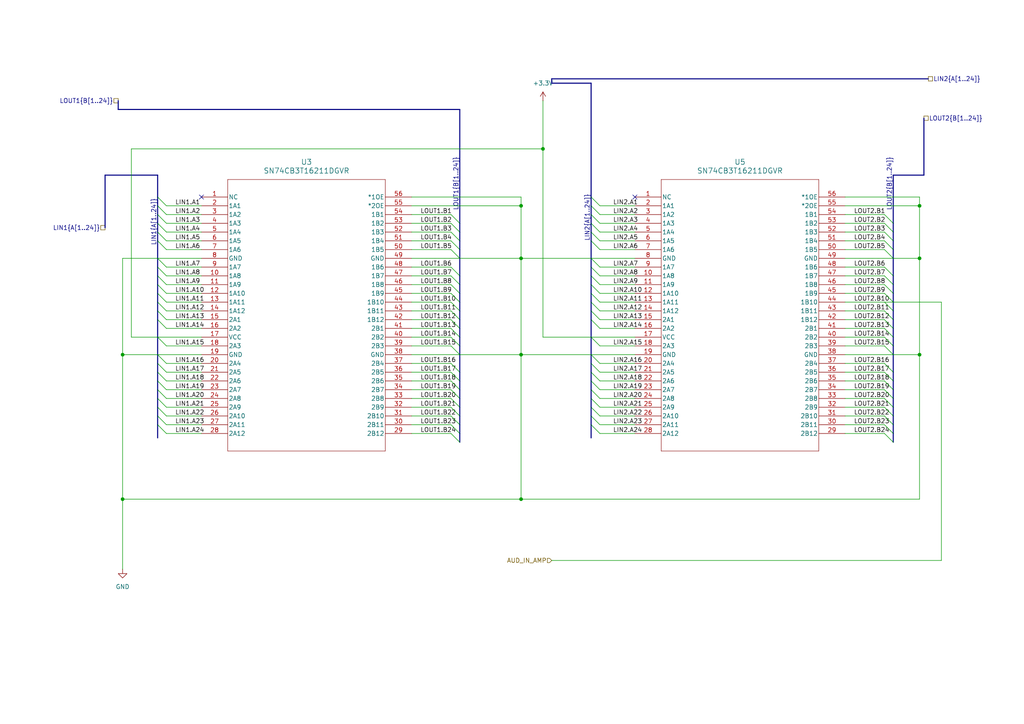
<source format=kicad_sch>
(kicad_sch
	(version 20250114)
	(generator "eeschema")
	(generator_version "9.0")
	(uuid "a165cb03-867d-4874-8a26-ee3c8dab0d11")
	(paper "A4")
	(lib_symbols
		(symbol "power:+3.3V"
			(power)
			(pin_numbers
				(hide yes)
			)
			(pin_names
				(offset 0)
				(hide yes)
			)
			(exclude_from_sim no)
			(in_bom yes)
			(on_board yes)
			(property "Reference" "#PWR"
				(at 0 -3.81 0)
				(effects
					(font
						(size 1.27 1.27)
					)
					(hide yes)
				)
			)
			(property "Value" "+3.3V"
				(at 0 3.556 0)
				(effects
					(font
						(size 1.27 1.27)
					)
				)
			)
			(property "Footprint" ""
				(at 0 0 0)
				(effects
					(font
						(size 1.27 1.27)
					)
					(hide yes)
				)
			)
			(property "Datasheet" ""
				(at 0 0 0)
				(effects
					(font
						(size 1.27 1.27)
					)
					(hide yes)
				)
			)
			(property "Description" "Power symbol creates a global label with name \"+3.3V\""
				(at 0 0 0)
				(effects
					(font
						(size 1.27 1.27)
					)
					(hide yes)
				)
			)
			(property "ki_keywords" "global power"
				(at 0 0 0)
				(effects
					(font
						(size 1.27 1.27)
					)
					(hide yes)
				)
			)
			(symbol "+3.3V_0_1"
				(polyline
					(pts
						(xy -0.762 1.27) (xy 0 2.54)
					)
					(stroke
						(width 0)
						(type default)
					)
					(fill
						(type none)
					)
				)
				(polyline
					(pts
						(xy 0 2.54) (xy 0.762 1.27)
					)
					(stroke
						(width 0)
						(type default)
					)
					(fill
						(type none)
					)
				)
				(polyline
					(pts
						(xy 0 0) (xy 0 2.54)
					)
					(stroke
						(width 0)
						(type default)
					)
					(fill
						(type none)
					)
				)
			)
			(symbol "+3.3V_1_1"
				(pin power_in line
					(at 0 0 90)
					(length 0)
					(name "~"
						(effects
							(font
								(size 1.27 1.27)
							)
						)
					)
					(number "1"
						(effects
							(font
								(size 1.27 1.27)
							)
						)
					)
				)
			)
			(embedded_fonts no)
		)
		(symbol "power:GND"
			(power)
			(pin_numbers
				(hide yes)
			)
			(pin_names
				(offset 0)
				(hide yes)
			)
			(exclude_from_sim no)
			(in_bom yes)
			(on_board yes)
			(property "Reference" "#PWR"
				(at 0 -6.35 0)
				(effects
					(font
						(size 1.27 1.27)
					)
					(hide yes)
				)
			)
			(property "Value" "GND"
				(at 0 -3.81 0)
				(effects
					(font
						(size 1.27 1.27)
					)
				)
			)
			(property "Footprint" ""
				(at 0 0 0)
				(effects
					(font
						(size 1.27 1.27)
					)
					(hide yes)
				)
			)
			(property "Datasheet" ""
				(at 0 0 0)
				(effects
					(font
						(size 1.27 1.27)
					)
					(hide yes)
				)
			)
			(property "Description" "Power symbol creates a global label with name \"GND\" , ground"
				(at 0 0 0)
				(effects
					(font
						(size 1.27 1.27)
					)
					(hide yes)
				)
			)
			(property "ki_keywords" "global power"
				(at 0 0 0)
				(effects
					(font
						(size 1.27 1.27)
					)
					(hide yes)
				)
			)
			(symbol "GND_0_1"
				(polyline
					(pts
						(xy 0 0) (xy 0 -1.27) (xy 1.27 -1.27) (xy 0 -2.54) (xy -1.27 -1.27) (xy 0 -1.27)
					)
					(stroke
						(width 0)
						(type default)
					)
					(fill
						(type none)
					)
				)
			)
			(symbol "GND_1_1"
				(pin power_in line
					(at 0 0 270)
					(length 0)
					(name "~"
						(effects
							(font
								(size 1.27 1.27)
							)
						)
					)
					(number "1"
						(effects
							(font
								(size 1.27 1.27)
							)
						)
					)
				)
			)
			(embedded_fonts no)
		)
		(symbol "sn74cb3t16211:SN74CB3T16211DGVR"
			(pin_names
				(offset 0.254)
			)
			(exclude_from_sim no)
			(in_bom yes)
			(on_board yes)
			(property "Reference" "U"
				(at 30.48 10.16 0)
				(effects
					(font
						(size 1.524 1.524)
					)
				)
			)
			(property "Value" "SN74CB3T16211DGVR"
				(at 30.48 7.62 0)
				(effects
					(font
						(size 1.524 1.524)
					)
				)
			)
			(property "Footprint" "DGV56"
				(at 0 0 0)
				(effects
					(font
						(size 1.27 1.27)
						(italic yes)
					)
					(hide yes)
				)
			)
			(property "Datasheet" "SN74CB3T16211DGVR"
				(at 0 0 0)
				(effects
					(font
						(size 1.27 1.27)
						(italic yes)
					)
					(hide yes)
				)
			)
			(property "Description" ""
				(at 0 0 0)
				(effects
					(font
						(size 1.27 1.27)
					)
					(hide yes)
				)
			)
			(property "ki_locked" ""
				(at 0 0 0)
				(effects
					(font
						(size 1.27 1.27)
					)
				)
			)
			(property "ki_keywords" "SN74CB3T16211DGVR"
				(at 0 0 0)
				(effects
					(font
						(size 1.27 1.27)
					)
					(hide yes)
				)
			)
			(property "ki_fp_filters" "DGV56 DGV56-M DGV56-L"
				(at 0 0 0)
				(effects
					(font
						(size 1.27 1.27)
					)
					(hide yes)
				)
			)
			(symbol "SN74CB3T16211DGVR_0_1"
				(polyline
					(pts
						(xy 7.62 5.08) (xy 7.62 -73.66)
					)
					(stroke
						(width 0.127)
						(type default)
					)
					(fill
						(type none)
					)
				)
				(polyline
					(pts
						(xy 7.62 -73.66) (xy 53.34 -73.66)
					)
					(stroke
						(width 0.127)
						(type default)
					)
					(fill
						(type none)
					)
				)
				(polyline
					(pts
						(xy 53.34 5.08) (xy 7.62 5.08)
					)
					(stroke
						(width 0.127)
						(type default)
					)
					(fill
						(type none)
					)
				)
				(polyline
					(pts
						(xy 53.34 -73.66) (xy 53.34 5.08)
					)
					(stroke
						(width 0.127)
						(type default)
					)
					(fill
						(type none)
					)
				)
				(pin unspecified line
					(at 0 0 0)
					(length 7.62)
					(name "NC"
						(effects
							(font
								(size 1.27 1.27)
							)
						)
					)
					(number "1"
						(effects
							(font
								(size 1.27 1.27)
							)
						)
					)
				)
				(pin bidirectional line
					(at 0 -2.54 0)
					(length 7.62)
					(name "1A1"
						(effects
							(font
								(size 1.27 1.27)
							)
						)
					)
					(number "2"
						(effects
							(font
								(size 1.27 1.27)
							)
						)
					)
				)
				(pin bidirectional line
					(at 0 -5.08 0)
					(length 7.62)
					(name "1A2"
						(effects
							(font
								(size 1.27 1.27)
							)
						)
					)
					(number "3"
						(effects
							(font
								(size 1.27 1.27)
							)
						)
					)
				)
				(pin bidirectional line
					(at 0 -7.62 0)
					(length 7.62)
					(name "1A3"
						(effects
							(font
								(size 1.27 1.27)
							)
						)
					)
					(number "4"
						(effects
							(font
								(size 1.27 1.27)
							)
						)
					)
				)
				(pin bidirectional line
					(at 0 -10.16 0)
					(length 7.62)
					(name "1A4"
						(effects
							(font
								(size 1.27 1.27)
							)
						)
					)
					(number "5"
						(effects
							(font
								(size 1.27 1.27)
							)
						)
					)
				)
				(pin bidirectional line
					(at 0 -12.7 0)
					(length 7.62)
					(name "1A5"
						(effects
							(font
								(size 1.27 1.27)
							)
						)
					)
					(number "6"
						(effects
							(font
								(size 1.27 1.27)
							)
						)
					)
				)
				(pin bidirectional line
					(at 0 -15.24 0)
					(length 7.62)
					(name "1A6"
						(effects
							(font
								(size 1.27 1.27)
							)
						)
					)
					(number "7"
						(effects
							(font
								(size 1.27 1.27)
							)
						)
					)
				)
				(pin power_in line
					(at 0 -17.78 0)
					(length 7.62)
					(name "GND"
						(effects
							(font
								(size 1.27 1.27)
							)
						)
					)
					(number "8"
						(effects
							(font
								(size 1.27 1.27)
							)
						)
					)
				)
				(pin bidirectional line
					(at 0 -20.32 0)
					(length 7.62)
					(name "1A7"
						(effects
							(font
								(size 1.27 1.27)
							)
						)
					)
					(number "9"
						(effects
							(font
								(size 1.27 1.27)
							)
						)
					)
				)
				(pin bidirectional line
					(at 0 -22.86 0)
					(length 7.62)
					(name "1A8"
						(effects
							(font
								(size 1.27 1.27)
							)
						)
					)
					(number "10"
						(effects
							(font
								(size 1.27 1.27)
							)
						)
					)
				)
				(pin bidirectional line
					(at 0 -25.4 0)
					(length 7.62)
					(name "1A9"
						(effects
							(font
								(size 1.27 1.27)
							)
						)
					)
					(number "11"
						(effects
							(font
								(size 1.27 1.27)
							)
						)
					)
				)
				(pin bidirectional line
					(at 0 -27.94 0)
					(length 7.62)
					(name "1A10"
						(effects
							(font
								(size 1.27 1.27)
							)
						)
					)
					(number "12"
						(effects
							(font
								(size 1.27 1.27)
							)
						)
					)
				)
				(pin bidirectional line
					(at 0 -30.48 0)
					(length 7.62)
					(name "1A11"
						(effects
							(font
								(size 1.27 1.27)
							)
						)
					)
					(number "13"
						(effects
							(font
								(size 1.27 1.27)
							)
						)
					)
				)
				(pin bidirectional line
					(at 0 -33.02 0)
					(length 7.62)
					(name "1A12"
						(effects
							(font
								(size 1.27 1.27)
							)
						)
					)
					(number "14"
						(effects
							(font
								(size 1.27 1.27)
							)
						)
					)
				)
				(pin power_in line
					(at 0 -35.56 0)
					(length 7.62)
					(name "2A1"
						(effects
							(font
								(size 1.27 1.27)
							)
						)
					)
					(number "15"
						(effects
							(font
								(size 1.27 1.27)
							)
						)
					)
				)
				(pin bidirectional line
					(at 0 -38.1 0)
					(length 7.62)
					(name "2A2"
						(effects
							(font
								(size 1.27 1.27)
							)
						)
					)
					(number "16"
						(effects
							(font
								(size 1.27 1.27)
							)
						)
					)
				)
				(pin power_in line
					(at 0 -40.64 0)
					(length 7.62)
					(name "VCC"
						(effects
							(font
								(size 1.27 1.27)
							)
						)
					)
					(number "17"
						(effects
							(font
								(size 1.27 1.27)
							)
						)
					)
				)
				(pin bidirectional line
					(at 0 -43.18 0)
					(length 7.62)
					(name "2A3"
						(effects
							(font
								(size 1.27 1.27)
							)
						)
					)
					(number "18"
						(effects
							(font
								(size 1.27 1.27)
							)
						)
					)
				)
				(pin power_in line
					(at 0 -45.72 0)
					(length 7.62)
					(name "GND"
						(effects
							(font
								(size 1.27 1.27)
							)
						)
					)
					(number "19"
						(effects
							(font
								(size 1.27 1.27)
							)
						)
					)
				)
				(pin bidirectional line
					(at 0 -48.26 0)
					(length 7.62)
					(name "2A4"
						(effects
							(font
								(size 1.27 1.27)
							)
						)
					)
					(number "20"
						(effects
							(font
								(size 1.27 1.27)
							)
						)
					)
				)
				(pin bidirectional line
					(at 0 -50.8 0)
					(length 7.62)
					(name "2A5"
						(effects
							(font
								(size 1.27 1.27)
							)
						)
					)
					(number "21"
						(effects
							(font
								(size 1.27 1.27)
							)
						)
					)
				)
				(pin bidirectional line
					(at 0 -53.34 0)
					(length 7.62)
					(name "2A6"
						(effects
							(font
								(size 1.27 1.27)
							)
						)
					)
					(number "22"
						(effects
							(font
								(size 1.27 1.27)
							)
						)
					)
				)
				(pin bidirectional line
					(at 0 -55.88 0)
					(length 7.62)
					(name "2A7"
						(effects
							(font
								(size 1.27 1.27)
							)
						)
					)
					(number "23"
						(effects
							(font
								(size 1.27 1.27)
							)
						)
					)
				)
				(pin bidirectional line
					(at 0 -58.42 0)
					(length 7.62)
					(name "2A8"
						(effects
							(font
								(size 1.27 1.27)
							)
						)
					)
					(number "24"
						(effects
							(font
								(size 1.27 1.27)
							)
						)
					)
				)
				(pin bidirectional line
					(at 0 -60.96 0)
					(length 7.62)
					(name "2A9"
						(effects
							(font
								(size 1.27 1.27)
							)
						)
					)
					(number "25"
						(effects
							(font
								(size 1.27 1.27)
							)
						)
					)
				)
				(pin bidirectional line
					(at 0 -63.5 0)
					(length 7.62)
					(name "2A10"
						(effects
							(font
								(size 1.27 1.27)
							)
						)
					)
					(number "26"
						(effects
							(font
								(size 1.27 1.27)
							)
						)
					)
				)
				(pin bidirectional line
					(at 0 -66.04 0)
					(length 7.62)
					(name "2A11"
						(effects
							(font
								(size 1.27 1.27)
							)
						)
					)
					(number "27"
						(effects
							(font
								(size 1.27 1.27)
							)
						)
					)
				)
				(pin bidirectional line
					(at 0 -68.58 0)
					(length 7.62)
					(name "2A12"
						(effects
							(font
								(size 1.27 1.27)
							)
						)
					)
					(number "28"
						(effects
							(font
								(size 1.27 1.27)
							)
						)
					)
				)
				(pin input line
					(at 60.96 0 180)
					(length 7.62)
					(name "*1OE"
						(effects
							(font
								(size 1.27 1.27)
							)
						)
					)
					(number "56"
						(effects
							(font
								(size 1.27 1.27)
							)
						)
					)
				)
				(pin input line
					(at 60.96 -2.54 180)
					(length 7.62)
					(name "*2OE"
						(effects
							(font
								(size 1.27 1.27)
							)
						)
					)
					(number "55"
						(effects
							(font
								(size 1.27 1.27)
							)
						)
					)
				)
				(pin bidirectional line
					(at 60.96 -5.08 180)
					(length 7.62)
					(name "1B1"
						(effects
							(font
								(size 1.27 1.27)
							)
						)
					)
					(number "54"
						(effects
							(font
								(size 1.27 1.27)
							)
						)
					)
				)
				(pin bidirectional line
					(at 60.96 -7.62 180)
					(length 7.62)
					(name "1B2"
						(effects
							(font
								(size 1.27 1.27)
							)
						)
					)
					(number "53"
						(effects
							(font
								(size 1.27 1.27)
							)
						)
					)
				)
				(pin bidirectional line
					(at 60.96 -10.16 180)
					(length 7.62)
					(name "1B3"
						(effects
							(font
								(size 1.27 1.27)
							)
						)
					)
					(number "52"
						(effects
							(font
								(size 1.27 1.27)
							)
						)
					)
				)
				(pin bidirectional line
					(at 60.96 -12.7 180)
					(length 7.62)
					(name "1B4"
						(effects
							(font
								(size 1.27 1.27)
							)
						)
					)
					(number "51"
						(effects
							(font
								(size 1.27 1.27)
							)
						)
					)
				)
				(pin bidirectional line
					(at 60.96 -15.24 180)
					(length 7.62)
					(name "1B5"
						(effects
							(font
								(size 1.27 1.27)
							)
						)
					)
					(number "50"
						(effects
							(font
								(size 1.27 1.27)
							)
						)
					)
				)
				(pin power_in line
					(at 60.96 -17.78 180)
					(length 7.62)
					(name "GND"
						(effects
							(font
								(size 1.27 1.27)
							)
						)
					)
					(number "49"
						(effects
							(font
								(size 1.27 1.27)
							)
						)
					)
				)
				(pin bidirectional line
					(at 60.96 -20.32 180)
					(length 7.62)
					(name "1B6"
						(effects
							(font
								(size 1.27 1.27)
							)
						)
					)
					(number "48"
						(effects
							(font
								(size 1.27 1.27)
							)
						)
					)
				)
				(pin bidirectional line
					(at 60.96 -22.86 180)
					(length 7.62)
					(name "1B7"
						(effects
							(font
								(size 1.27 1.27)
							)
						)
					)
					(number "47"
						(effects
							(font
								(size 1.27 1.27)
							)
						)
					)
				)
				(pin bidirectional line
					(at 60.96 -25.4 180)
					(length 7.62)
					(name "1B8"
						(effects
							(font
								(size 1.27 1.27)
							)
						)
					)
					(number "46"
						(effects
							(font
								(size 1.27 1.27)
							)
						)
					)
				)
				(pin bidirectional line
					(at 60.96 -27.94 180)
					(length 7.62)
					(name "1B9"
						(effects
							(font
								(size 1.27 1.27)
							)
						)
					)
					(number "45"
						(effects
							(font
								(size 1.27 1.27)
							)
						)
					)
				)
				(pin bidirectional line
					(at 60.96 -30.48 180)
					(length 7.62)
					(name "1B10"
						(effects
							(font
								(size 1.27 1.27)
							)
						)
					)
					(number "44"
						(effects
							(font
								(size 1.27 1.27)
							)
						)
					)
				)
				(pin bidirectional line
					(at 60.96 -33.02 180)
					(length 7.62)
					(name "1B11"
						(effects
							(font
								(size 1.27 1.27)
							)
						)
					)
					(number "43"
						(effects
							(font
								(size 1.27 1.27)
							)
						)
					)
				)
				(pin bidirectional line
					(at 60.96 -35.56 180)
					(length 7.62)
					(name "1B12"
						(effects
							(font
								(size 1.27 1.27)
							)
						)
					)
					(number "42"
						(effects
							(font
								(size 1.27 1.27)
							)
						)
					)
				)
				(pin bidirectional line
					(at 60.96 -38.1 180)
					(length 7.62)
					(name "2B1"
						(effects
							(font
								(size 1.27 1.27)
							)
						)
					)
					(number "41"
						(effects
							(font
								(size 1.27 1.27)
							)
						)
					)
				)
				(pin bidirectional line
					(at 60.96 -40.64 180)
					(length 7.62)
					(name "2B2"
						(effects
							(font
								(size 1.27 1.27)
							)
						)
					)
					(number "40"
						(effects
							(font
								(size 1.27 1.27)
							)
						)
					)
				)
				(pin bidirectional line
					(at 60.96 -43.18 180)
					(length 7.62)
					(name "2B3"
						(effects
							(font
								(size 1.27 1.27)
							)
						)
					)
					(number "39"
						(effects
							(font
								(size 1.27 1.27)
							)
						)
					)
				)
				(pin power_in line
					(at 60.96 -45.72 180)
					(length 7.62)
					(name "GND"
						(effects
							(font
								(size 1.27 1.27)
							)
						)
					)
					(number "38"
						(effects
							(font
								(size 1.27 1.27)
							)
						)
					)
				)
				(pin bidirectional line
					(at 60.96 -48.26 180)
					(length 7.62)
					(name "2B4"
						(effects
							(font
								(size 1.27 1.27)
							)
						)
					)
					(number "37"
						(effects
							(font
								(size 1.27 1.27)
							)
						)
					)
				)
				(pin bidirectional line
					(at 60.96 -50.8 180)
					(length 7.62)
					(name "2B5"
						(effects
							(font
								(size 1.27 1.27)
							)
						)
					)
					(number "36"
						(effects
							(font
								(size 1.27 1.27)
							)
						)
					)
				)
				(pin bidirectional line
					(at 60.96 -53.34 180)
					(length 7.62)
					(name "2B6"
						(effects
							(font
								(size 1.27 1.27)
							)
						)
					)
					(number "35"
						(effects
							(font
								(size 1.27 1.27)
							)
						)
					)
				)
				(pin bidirectional line
					(at 60.96 -55.88 180)
					(length 7.62)
					(name "2B7"
						(effects
							(font
								(size 1.27 1.27)
							)
						)
					)
					(number "34"
						(effects
							(font
								(size 1.27 1.27)
							)
						)
					)
				)
				(pin bidirectional line
					(at 60.96 -58.42 180)
					(length 7.62)
					(name "2B8"
						(effects
							(font
								(size 1.27 1.27)
							)
						)
					)
					(number "33"
						(effects
							(font
								(size 1.27 1.27)
							)
						)
					)
				)
				(pin bidirectional line
					(at 60.96 -60.96 180)
					(length 7.62)
					(name "2B9"
						(effects
							(font
								(size 1.27 1.27)
							)
						)
					)
					(number "32"
						(effects
							(font
								(size 1.27 1.27)
							)
						)
					)
				)
				(pin bidirectional line
					(at 60.96 -63.5 180)
					(length 7.62)
					(name "2B10"
						(effects
							(font
								(size 1.27 1.27)
							)
						)
					)
					(number "31"
						(effects
							(font
								(size 1.27 1.27)
							)
						)
					)
				)
				(pin bidirectional line
					(at 60.96 -66.04 180)
					(length 7.62)
					(name "2B11"
						(effects
							(font
								(size 1.27 1.27)
							)
						)
					)
					(number "30"
						(effects
							(font
								(size 1.27 1.27)
							)
						)
					)
				)
				(pin bidirectional line
					(at 60.96 -68.58 180)
					(length 7.62)
					(name "2B12"
						(effects
							(font
								(size 1.27 1.27)
							)
						)
					)
					(number "29"
						(effects
							(font
								(size 1.27 1.27)
							)
						)
					)
				)
			)
			(embedded_fonts no)
		)
	)
	(junction
		(at 266.7 59.69)
		(diameter 0)
		(color 0 0 0 0)
		(uuid "1902c97b-4fe8-4c2c-b63c-b99330d5b05c")
	)
	(junction
		(at 151.13 144.78)
		(diameter 0)
		(color 0 0 0 0)
		(uuid "2527d0e4-1aa2-4efb-b45c-ab0d5a9a52d6")
	)
	(junction
		(at 266.7 102.87)
		(diameter 0)
		(color 0 0 0 0)
		(uuid "356ca94b-0986-4e53-861a-9c1fd84e9ae2")
	)
	(junction
		(at 151.13 102.87)
		(diameter 0)
		(color 0 0 0 0)
		(uuid "5e800b7d-3aa3-4e6f-9933-ab9b1141d0d1")
	)
	(junction
		(at 266.7 74.93)
		(diameter 0)
		(color 0 0 0 0)
		(uuid "60067b09-2028-4fc1-8e52-ce8985fa8a81")
	)
	(junction
		(at 35.56 102.87)
		(diameter 0)
		(color 0 0 0 0)
		(uuid "731236cc-8137-4085-9a35-048aa97b0545")
	)
	(junction
		(at 157.48 43.18)
		(diameter 0)
		(color 0 0 0 0)
		(uuid "971c0fd5-befb-438c-99c5-b3c136533e64")
	)
	(junction
		(at 151.13 59.69)
		(diameter 0)
		(color 0 0 0 0)
		(uuid "b9127247-328a-4bf3-b450-166bd2bc8ddd")
	)
	(junction
		(at 35.56 144.78)
		(diameter 0)
		(color 0 0 0 0)
		(uuid "e3a42a75-3ef7-49e1-b390-3ba72277eb55")
	)
	(junction
		(at 151.13 74.93)
		(diameter 0)
		(color 0 0 0 0)
		(uuid "ef2c811b-ea3a-4a08-981d-442b2e61cc38")
	)
	(no_connect
		(at 184.15 57.15)
		(uuid "ced140c8-be7b-49b7-8f52-89cd3ecd2741")
	)
	(no_connect
		(at 58.42 57.15)
		(uuid "ee5aa986-513a-4c75-89f4-efeee7eee5a3")
	)
	(bus_entry
		(at 256.54 90.17)
		(size 2.54 2.54)
		(stroke
			(width 0)
			(type default)
		)
		(uuid "04c0a0ff-442b-45f6-b75f-0edc25f98396")
	)
	(bus_entry
		(at 171.45 123.19)
		(size 2.54 2.54)
		(stroke
			(width 0)
			(type default)
		)
		(uuid "04d22dd5-d825-4145-8d2b-67c0734fe94d")
	)
	(bus_entry
		(at 256.54 118.11)
		(size 2.54 2.54)
		(stroke
			(width 0)
			(type default)
		)
		(uuid "0654a554-6da9-46ab-bc48-ce811649338c")
	)
	(bus_entry
		(at 130.81 72.39)
		(size 2.54 2.54)
		(stroke
			(width 0)
			(type default)
		)
		(uuid "0c95ed12-c7a5-4039-8f59-559e8e55c2f5")
	)
	(bus_entry
		(at 130.81 62.23)
		(size 2.54 2.54)
		(stroke
			(width 0)
			(type default)
		)
		(uuid "0e599759-5b40-4311-b195-ad9f78e50ef6")
	)
	(bus_entry
		(at 171.45 80.01)
		(size 2.54 2.54)
		(stroke
			(width 0)
			(type default)
		)
		(uuid "10525a19-b7db-49f4-8076-3be175bd88cc")
	)
	(bus_entry
		(at 171.45 67.31)
		(size 2.54 2.54)
		(stroke
			(width 0)
			(type default)
		)
		(uuid "1181e3b8-4e97-49f8-b29c-0e1fbd2d409e")
	)
	(bus_entry
		(at 256.54 67.31)
		(size 2.54 2.54)
		(stroke
			(width 0)
			(type default)
		)
		(uuid "12931bf3-00cb-41aa-b1bb-e4e6c2dae914")
	)
	(bus_entry
		(at 45.72 74.93)
		(size 2.54 2.54)
		(stroke
			(width 0)
			(type default)
		)
		(uuid "1635ad87-a0fc-4ae3-94b2-0948648cd08e")
	)
	(bus_entry
		(at 45.72 97.79)
		(size 2.54 2.54)
		(stroke
			(width 0)
			(type default)
		)
		(uuid "16685299-115a-4a49-9f6a-f9072a1bc6cb")
	)
	(bus_entry
		(at 256.54 100.33)
		(size 2.54 2.54)
		(stroke
			(width 0)
			(type default)
		)
		(uuid "1b4ccafc-98ad-4e93-b933-73ae7421dede")
	)
	(bus_entry
		(at 45.72 82.55)
		(size 2.54 2.54)
		(stroke
			(width 0)
			(type default)
		)
		(uuid "1d10af25-3d3b-4586-8e13-b936ea1fb3c5")
	)
	(bus_entry
		(at 256.54 80.01)
		(size 2.54 2.54)
		(stroke
			(width 0)
			(type default)
		)
		(uuid "1d4133ea-03c9-49c5-a633-de05b1a20f7d")
	)
	(bus_entry
		(at 130.81 82.55)
		(size 2.54 2.54)
		(stroke
			(width 0)
			(type default)
		)
		(uuid "1f214aa3-7a65-43d3-9d08-a9811cd04529")
	)
	(bus_entry
		(at 130.81 110.49)
		(size 2.54 2.54)
		(stroke
			(width 0)
			(type default)
		)
		(uuid "224fb53a-ff8a-4795-9c5e-f5aabf183e2c")
	)
	(bus_entry
		(at 256.54 77.47)
		(size 2.54 2.54)
		(stroke
			(width 0)
			(type default)
		)
		(uuid "22b5fbd1-df1b-49f9-bc15-e0aa18055829")
	)
	(bus_entry
		(at 171.45 97.79)
		(size 2.54 2.54)
		(stroke
			(width 0)
			(type default)
		)
		(uuid "2804a222-143f-4d42-a723-cd213c5b2c50")
	)
	(bus_entry
		(at 130.81 77.47)
		(size 2.54 2.54)
		(stroke
			(width 0)
			(type default)
		)
		(uuid "29935b10-6c38-44fb-b0dc-07d36d373dc7")
	)
	(bus_entry
		(at 45.72 85.09)
		(size 2.54 2.54)
		(stroke
			(width 0)
			(type default)
		)
		(uuid "2a5ea080-eef7-43b3-9fb0-c9cee0f6eb3f")
	)
	(bus_entry
		(at 45.72 102.87)
		(size 2.54 2.54)
		(stroke
			(width 0)
			(type default)
		)
		(uuid "2e1eed98-eaa4-4cf6-b422-49ca7dfb009a")
	)
	(bus_entry
		(at 45.72 67.31)
		(size 2.54 2.54)
		(stroke
			(width 0)
			(type default)
		)
		(uuid "2f785ea4-3b00-4edb-baea-53715f95c791")
	)
	(bus_entry
		(at 256.54 69.85)
		(size 2.54 2.54)
		(stroke
			(width 0)
			(type default)
		)
		(uuid "313d7930-b8e1-4daf-ab4b-9bd5ea5c962f")
	)
	(bus_entry
		(at 256.54 72.39)
		(size 2.54 2.54)
		(stroke
			(width 0)
			(type default)
		)
		(uuid "318cbeed-b826-4e1d-a0ad-0bb7950c8b80")
	)
	(bus_entry
		(at 171.45 87.63)
		(size 2.54 2.54)
		(stroke
			(width 0)
			(type default)
		)
		(uuid "3389ee92-bf28-425d-b3d2-aac959686300")
	)
	(bus_entry
		(at 256.54 95.25)
		(size 2.54 2.54)
		(stroke
			(width 0)
			(type default)
		)
		(uuid "35e6af2c-6363-466d-903a-7388f60a97cd")
	)
	(bus_entry
		(at 45.72 87.63)
		(size 2.54 2.54)
		(stroke
			(width 0)
			(type default)
		)
		(uuid "3d619283-3bbe-457f-884e-6d00d0059e37")
	)
	(bus_entry
		(at 45.72 90.17)
		(size 2.54 2.54)
		(stroke
			(width 0)
			(type default)
		)
		(uuid "40503753-2992-4f88-873d-b1c6cdcea988")
	)
	(bus_entry
		(at 45.72 92.71)
		(size 2.54 2.54)
		(stroke
			(width 0)
			(type default)
		)
		(uuid "4287fd08-4dee-4676-8e24-0d6f04f1e446")
	)
	(bus_entry
		(at 45.72 118.11)
		(size 2.54 2.54)
		(stroke
			(width 0)
			(type default)
		)
		(uuid "4915d294-aa09-408a-97be-9f69007da93c")
	)
	(bus_entry
		(at 130.81 125.73)
		(size 2.54 2.54)
		(stroke
			(width 0)
			(type default)
		)
		(uuid "49404679-9d2e-4960-994d-0bcc92c80141")
	)
	(bus_entry
		(at 171.45 82.55)
		(size 2.54 2.54)
		(stroke
			(width 0)
			(type default)
		)
		(uuid "4967a6f3-b36a-4534-a0fb-6f7309cac35b")
	)
	(bus_entry
		(at 45.72 120.65)
		(size 2.54 2.54)
		(stroke
			(width 0)
			(type default)
		)
		(uuid "49fcfc39-caf7-48ef-8492-a481625d26db")
	)
	(bus_entry
		(at 45.72 80.01)
		(size 2.54 2.54)
		(stroke
			(width 0)
			(type default)
		)
		(uuid "4c697c15-887b-4088-bddf-b8046e418f48")
	)
	(bus_entry
		(at 130.81 105.41)
		(size 2.54 2.54)
		(stroke
			(width 0)
			(type default)
		)
		(uuid "4d453b5f-918d-440f-90bf-2e2b356e52a4")
	)
	(bus_entry
		(at 45.72 62.23)
		(size 2.54 2.54)
		(stroke
			(width 0)
			(type default)
		)
		(uuid "53163cc0-0d16-4175-9177-a7a9bc1db283")
	)
	(bus_entry
		(at 256.54 92.71)
		(size 2.54 2.54)
		(stroke
			(width 0)
			(type default)
		)
		(uuid "58b976d0-5472-4f60-b8e0-e2fa7e0fdad7")
	)
	(bus_entry
		(at 256.54 64.77)
		(size 2.54 2.54)
		(stroke
			(width 0)
			(type default)
		)
		(uuid "597cd1ce-15b9-4ec1-b4d4-5483f4d285b7")
	)
	(bus_entry
		(at 130.81 95.25)
		(size 2.54 2.54)
		(stroke
			(width 0)
			(type default)
		)
		(uuid "5e793fa0-dce1-4f1d-b408-edf112011e8c")
	)
	(bus_entry
		(at 171.45 115.57)
		(size 2.54 2.54)
		(stroke
			(width 0)
			(type default)
		)
		(uuid "5f36193f-d5b4-4cb3-b000-6c352cb8a26a")
	)
	(bus_entry
		(at 256.54 107.95)
		(size 2.54 2.54)
		(stroke
			(width 0)
			(type default)
		)
		(uuid "65bcfac1-76ab-4715-8ab5-635da571d7e6")
	)
	(bus_entry
		(at 130.81 80.01)
		(size 2.54 2.54)
		(stroke
			(width 0)
			(type default)
		)
		(uuid "681c1676-bf23-4f35-b5ea-f2da16dc535f")
	)
	(bus_entry
		(at 45.72 107.95)
		(size 2.54 2.54)
		(stroke
			(width 0)
			(type default)
		)
		(uuid "68c9f291-d1b5-41de-84fd-221841284143")
	)
	(bus_entry
		(at 130.81 97.79)
		(size 2.54 2.54)
		(stroke
			(width 0)
			(type default)
		)
		(uuid "6ce07ef5-2dd8-45f0-b725-e5bd62802cae")
	)
	(bus_entry
		(at 130.81 85.09)
		(size 2.54 2.54)
		(stroke
			(width 0)
			(type default)
		)
		(uuid "6ea33fc9-99c6-46a7-8c90-6ee4582b3eff")
	)
	(bus_entry
		(at 171.45 105.41)
		(size 2.54 2.54)
		(stroke
			(width 0)
			(type default)
		)
		(uuid "7713261f-5317-4ae8-8832-c249e4816c13")
	)
	(bus_entry
		(at 45.72 115.57)
		(size 2.54 2.54)
		(stroke
			(width 0)
			(type default)
		)
		(uuid "7c4eae8d-99db-490a-9857-83e15355b85d")
	)
	(bus_entry
		(at 171.45 102.87)
		(size 2.54 2.54)
		(stroke
			(width 0)
			(type default)
		)
		(uuid "7d9dbe5b-261e-4250-a0c4-14f7bcd56279")
	)
	(bus_entry
		(at 130.81 120.65)
		(size 2.54 2.54)
		(stroke
			(width 0)
			(type default)
		)
		(uuid "7e24ad10-3205-4a8f-971e-707f32ab890e")
	)
	(bus_entry
		(at 130.81 118.11)
		(size 2.54 2.54)
		(stroke
			(width 0)
			(type default)
		)
		(uuid "7e734dd8-cca8-4779-a91a-c6810f7c0103")
	)
	(bus_entry
		(at 171.45 110.49)
		(size 2.54 2.54)
		(stroke
			(width 0)
			(type default)
		)
		(uuid "7f01d85d-6bd2-42d3-9a1c-95f10269d45f")
	)
	(bus_entry
		(at 171.45 120.65)
		(size 2.54 2.54)
		(stroke
			(width 0)
			(type default)
		)
		(uuid "7f6333aa-5ae6-4fd6-9ea9-2dff289c1b95")
	)
	(bus_entry
		(at 256.54 120.65)
		(size 2.54 2.54)
		(stroke
			(width 0)
			(type default)
		)
		(uuid "7ff1f81f-46ff-4fc1-b74b-655d62044098")
	)
	(bus_entry
		(at 171.45 74.93)
		(size 2.54 2.54)
		(stroke
			(width 0)
			(type default)
		)
		(uuid "80089c46-f870-4aa3-a017-e3a6b42dcdc0")
	)
	(bus_entry
		(at 256.54 125.73)
		(size 2.54 2.54)
		(stroke
			(width 0)
			(type default)
		)
		(uuid "81216216-b1ac-4375-acb1-8fcabd144e9f")
	)
	(bus_entry
		(at 130.81 92.71)
		(size 2.54 2.54)
		(stroke
			(width 0)
			(type default)
		)
		(uuid "83a26dfd-7f92-4c9b-b93b-7ced141d03b4")
	)
	(bus_entry
		(at 256.54 123.19)
		(size 2.54 2.54)
		(stroke
			(width 0)
			(type default)
		)
		(uuid "84231a57-dc21-41f6-8c24-fd79c2294eab")
	)
	(bus_entry
		(at 45.72 57.15)
		(size 2.54 2.54)
		(stroke
			(width 0)
			(type default)
		)
		(uuid "85cb5763-2fe5-458c-ab05-84a1431876f8")
	)
	(bus_entry
		(at 45.72 110.49)
		(size 2.54 2.54)
		(stroke
			(width 0)
			(type default)
		)
		(uuid "89dd1aaf-8139-4d72-941e-2e4363a4942b")
	)
	(bus_entry
		(at 45.72 113.03)
		(size 2.54 2.54)
		(stroke
			(width 0)
			(type default)
		)
		(uuid "8d331eb3-3cf6-4199-b863-86811312b7da")
	)
	(bus_entry
		(at 45.72 69.85)
		(size 2.54 2.54)
		(stroke
			(width 0)
			(type default)
		)
		(uuid "8e5891a5-4c40-4fa8-9851-9774312f6a06")
	)
	(bus_entry
		(at 171.45 90.17)
		(size 2.54 2.54)
		(stroke
			(width 0)
			(type default)
		)
		(uuid "9127e70b-aec5-4331-823f-20ec57efaa57")
	)
	(bus_entry
		(at 130.81 87.63)
		(size 2.54 2.54)
		(stroke
			(width 0)
			(type default)
		)
		(uuid "9ea12fda-737a-469a-a87b-ba00d7c03c6a")
	)
	(bus_entry
		(at 45.72 105.41)
		(size 2.54 2.54)
		(stroke
			(width 0)
			(type default)
		)
		(uuid "a895beb7-ce5e-463b-b996-168ebc6eb643")
	)
	(bus_entry
		(at 130.81 67.31)
		(size 2.54 2.54)
		(stroke
			(width 0)
			(type default)
		)
		(uuid "ab1f09c7-81c5-4a8f-a602-bcb7c56b2c17")
	)
	(bus_entry
		(at 45.72 64.77)
		(size 2.54 2.54)
		(stroke
			(width 0)
			(type default)
		)
		(uuid "abd19155-4437-43c9-a64a-489640386112")
	)
	(bus_entry
		(at 130.81 64.77)
		(size 2.54 2.54)
		(stroke
			(width 0)
			(type default)
		)
		(uuid "abe8b792-52c3-4984-8335-4cff294fe9c0")
	)
	(bus_entry
		(at 130.81 69.85)
		(size 2.54 2.54)
		(stroke
			(width 0)
			(type default)
		)
		(uuid "acdf8470-5362-4002-9ba4-93174d44284f")
	)
	(bus_entry
		(at 256.54 85.09)
		(size 2.54 2.54)
		(stroke
			(width 0)
			(type default)
		)
		(uuid "b17c362b-c802-49db-bb9b-d15cf50e3ec0")
	)
	(bus_entry
		(at 171.45 77.47)
		(size 2.54 2.54)
		(stroke
			(width 0)
			(type default)
		)
		(uuid "b9645b62-80ef-44cb-acd6-70555608ee37")
	)
	(bus_entry
		(at 256.54 97.79)
		(size 2.54 2.54)
		(stroke
			(width 0)
			(type default)
		)
		(uuid "bb8a261d-e0cc-4f81-8adc-e51e38041b47")
	)
	(bus_entry
		(at 171.45 118.11)
		(size 2.54 2.54)
		(stroke
			(width 0)
			(type default)
		)
		(uuid "bef1e2f2-ab4f-47da-b385-72b409d5abec")
	)
	(bus_entry
		(at 130.81 100.33)
		(size 2.54 2.54)
		(stroke
			(width 0)
			(type default)
		)
		(uuid "bf2a29fe-5148-41af-aa94-e2d8e02b2c5f")
	)
	(bus_entry
		(at 171.45 57.15)
		(size 2.54 2.54)
		(stroke
			(width 0)
			(type default)
		)
		(uuid "c059a618-06b2-4bcb-94a6-b03f7d62ad94")
	)
	(bus_entry
		(at 171.45 59.69)
		(size 2.54 2.54)
		(stroke
			(width 0)
			(type default)
		)
		(uuid "c1c3ee06-4e8e-4636-9aac-c70097e96f71")
	)
	(bus_entry
		(at 130.81 107.95)
		(size 2.54 2.54)
		(stroke
			(width 0)
			(type default)
		)
		(uuid "c5c6ca5e-dc22-4b2e-baba-2fc92dbeaa1f")
	)
	(bus_entry
		(at 171.45 85.09)
		(size 2.54 2.54)
		(stroke
			(width 0)
			(type default)
		)
		(uuid "c7f8c560-7f08-46eb-aa5a-acc577ea6f74")
	)
	(bus_entry
		(at 256.54 87.63)
		(size 2.54 2.54)
		(stroke
			(width 0)
			(type default)
		)
		(uuid "ca0ba367-db6a-4a38-a3bd-1ad788d876de")
	)
	(bus_entry
		(at 45.72 123.19)
		(size 2.54 2.54)
		(stroke
			(width 0)
			(type default)
		)
		(uuid "cfd3b0c2-0782-48df-885a-4425d11e5013")
	)
	(bus_entry
		(at 256.54 115.57)
		(size 2.54 2.54)
		(stroke
			(width 0)
			(type default)
		)
		(uuid "d71203ae-3d99-4730-95d6-0455cae68714")
	)
	(bus_entry
		(at 171.45 69.85)
		(size 2.54 2.54)
		(stroke
			(width 0)
			(type default)
		)
		(uuid "d7abf478-00d4-4b0b-948b-a38b2f828ae1")
	)
	(bus_entry
		(at 256.54 105.41)
		(size 2.54 2.54)
		(stroke
			(width 0)
			(type default)
		)
		(uuid "dd1cfa6f-7da5-4b56-ad8c-7f6fc592ccb1")
	)
	(bus_entry
		(at 256.54 82.55)
		(size 2.54 2.54)
		(stroke
			(width 0)
			(type default)
		)
		(uuid "de54d6ae-e5c0-4a74-a53e-652d33f32897")
	)
	(bus_entry
		(at 171.45 107.95)
		(size 2.54 2.54)
		(stroke
			(width 0)
			(type default)
		)
		(uuid "dfc8a2e5-0bc0-4a3b-b9f1-c801dae9d2f9")
	)
	(bus_entry
		(at 171.45 62.23)
		(size 2.54 2.54)
		(stroke
			(width 0)
			(type default)
		)
		(uuid "e16dda05-5c9e-4b4e-8fb7-378a21e2602c")
	)
	(bus_entry
		(at 130.81 123.19)
		(size 2.54 2.54)
		(stroke
			(width 0)
			(type default)
		)
		(uuid "e4009b09-dfae-4c65-9272-fb4166376487")
	)
	(bus_entry
		(at 45.72 77.47)
		(size 2.54 2.54)
		(stroke
			(width 0)
			(type default)
		)
		(uuid "e9cbc864-b9f7-426d-90bd-5310b06a6349")
	)
	(bus_entry
		(at 130.81 115.57)
		(size 2.54 2.54)
		(stroke
			(width 0)
			(type default)
		)
		(uuid "ed5d1f4b-bcef-44cd-924f-5dedd6b2c007")
	)
	(bus_entry
		(at 130.81 113.03)
		(size 2.54 2.54)
		(stroke
			(width 0)
			(type default)
		)
		(uuid "edbe1e34-f243-4bc8-a1bb-b359683eb588")
	)
	(bus_entry
		(at 171.45 64.77)
		(size 2.54 2.54)
		(stroke
			(width 0)
			(type default)
		)
		(uuid "edcf8559-0c51-4a84-b84f-42e633562f69")
	)
	(bus_entry
		(at 171.45 92.71)
		(size 2.54 2.54)
		(stroke
			(width 0)
			(type default)
		)
		(uuid "f44c5d64-b9e8-4cd6-a6be-9534a3d3dd94")
	)
	(bus_entry
		(at 256.54 113.03)
		(size 2.54 2.54)
		(stroke
			(width 0)
			(type default)
		)
		(uuid "f7ed163d-bdb9-497a-aa3e-cfeaf28e4bd8")
	)
	(bus_entry
		(at 130.81 90.17)
		(size 2.54 2.54)
		(stroke
			(width 0)
			(type default)
		)
		(uuid "f879f217-3b34-4ea4-9bd4-efd1cc9693cf")
	)
	(bus_entry
		(at 171.45 113.03)
		(size 2.54 2.54)
		(stroke
			(width 0)
			(type default)
		)
		(uuid "f9acc45f-cc29-4363-a7d5-353375c22e05")
	)
	(bus_entry
		(at 256.54 62.23)
		(size 2.54 2.54)
		(stroke
			(width 0)
			(type default)
		)
		(uuid "fc5f4c21-e386-427a-8742-773f437ac498")
	)
	(bus_entry
		(at 256.54 110.49)
		(size 2.54 2.54)
		(stroke
			(width 0)
			(type default)
		)
		(uuid "fd32ec5d-f9fc-44ef-9275-00f539b196fb")
	)
	(bus_entry
		(at 45.72 59.69)
		(size 2.54 2.54)
		(stroke
			(width 0)
			(type default)
		)
		(uuid "fe02f873-7e7e-4888-81ef-4aec2634005c")
	)
	(wire
		(pts
			(xy 48.26 100.33) (xy 58.42 100.33)
		)
		(stroke
			(width 0)
			(type default)
		)
		(uuid "00dfcab2-889f-41cc-955f-a80e00cd107a")
	)
	(wire
		(pts
			(xy 48.26 85.09) (xy 58.42 85.09)
		)
		(stroke
			(width 0)
			(type default)
		)
		(uuid "01eed4e8-f981-469c-90be-9587dc67c8c5")
	)
	(bus
		(pts
			(xy 133.35 67.31) (xy 133.35 69.85)
		)
		(stroke
			(width 0)
			(type default)
		)
		(uuid "03f75406-dec9-476b-8fe8-63aa8b8f95f5")
	)
	(wire
		(pts
			(xy 171.45 97.79) (xy 157.48 97.79)
		)
		(stroke
			(width 0)
			(type default)
		)
		(uuid "042ddbf4-6fd9-48b4-8ef5-0ec0d29836a2")
	)
	(bus
		(pts
			(xy 171.45 107.95) (xy 171.45 110.49)
		)
		(stroke
			(width 0)
			(type default)
		)
		(uuid "0655835c-ccd0-4333-81a1-fa804464852a")
	)
	(wire
		(pts
			(xy 48.26 118.11) (xy 58.42 118.11)
		)
		(stroke
			(width 0)
			(type default)
		)
		(uuid "07582706-053d-4065-9be7-4b3c121cd0dc")
	)
	(wire
		(pts
			(xy 119.38 90.17) (xy 130.81 90.17)
		)
		(stroke
			(width 0)
			(type default)
		)
		(uuid "084f0e4c-0443-416d-b82d-694ca14bc369")
	)
	(wire
		(pts
			(xy 245.11 59.69) (xy 266.7 59.69)
		)
		(stroke
			(width 0)
			(type default)
		)
		(uuid "0a998459-7b8c-45c3-a852-b83d596ed209")
	)
	(bus
		(pts
			(xy 133.35 107.95) (xy 133.35 110.49)
		)
		(stroke
			(width 0)
			(type default)
		)
		(uuid "0b4f8fd9-9c75-47f7-88a6-3ffc06a5d414")
	)
	(wire
		(pts
			(xy 173.99 120.65) (xy 184.15 120.65)
		)
		(stroke
			(width 0)
			(type default)
		)
		(uuid "0b816f75-d0e3-48e0-9743-e867f7b30362")
	)
	(wire
		(pts
			(xy 171.45 74.93) (xy 184.15 74.93)
		)
		(stroke
			(width 0)
			(type default)
		)
		(uuid "0c0208f4-655a-475e-b8c2-faf6b862bceb")
	)
	(bus
		(pts
			(xy 45.72 107.95) (xy 45.72 110.49)
		)
		(stroke
			(width 0)
			(type default)
		)
		(uuid "0e361944-4eb0-4c74-ba77-fa54060d5b56")
	)
	(bus
		(pts
			(xy 45.72 67.31) (xy 45.72 69.85)
		)
		(stroke
			(width 0)
			(type default)
		)
		(uuid "0e4cd956-c0c7-438c-bc1b-2255084ec393")
	)
	(wire
		(pts
			(xy 119.38 125.73) (xy 130.81 125.73)
		)
		(stroke
			(width 0)
			(type default)
		)
		(uuid "0f6eacd1-0239-4dc2-a86f-b9b47063f592")
	)
	(wire
		(pts
			(xy 173.99 95.25) (xy 184.15 95.25)
		)
		(stroke
			(width 0)
			(type default)
		)
		(uuid "0fb06ca2-ef74-4c5f-be6c-4cf4efdbdeb4")
	)
	(bus
		(pts
			(xy 133.35 80.01) (xy 133.35 82.55)
		)
		(stroke
			(width 0)
			(type default)
		)
		(uuid "10a7515e-9007-4a14-aa8d-80355feaafdd")
	)
	(wire
		(pts
			(xy 173.99 100.33) (xy 184.15 100.33)
		)
		(stroke
			(width 0)
			(type default)
		)
		(uuid "10f6d4e6-57cc-4dcb-aee3-65f0f3a55e8d")
	)
	(bus
		(pts
			(xy 45.72 57.15) (xy 45.72 59.69)
		)
		(stroke
			(width 0)
			(type default)
		)
		(uuid "1144f2be-f04b-4323-abe8-ab5d1839724e")
	)
	(wire
		(pts
			(xy 173.99 113.03) (xy 184.15 113.03)
		)
		(stroke
			(width 0)
			(type default)
		)
		(uuid "118187b0-c3a9-438d-9550-21b25467a3b3")
	)
	(wire
		(pts
			(xy 119.38 85.09) (xy 130.81 85.09)
		)
		(stroke
			(width 0)
			(type default)
		)
		(uuid "1207ebec-36b1-4584-88dc-19ac606d86a4")
	)
	(bus
		(pts
			(xy 133.35 87.63) (xy 133.35 90.17)
		)
		(stroke
			(width 0)
			(type default)
		)
		(uuid "12543de6-f0d8-44dc-972b-547a3ba97979")
	)
	(wire
		(pts
			(xy 266.7 102.87) (xy 266.7 144.78)
		)
		(stroke
			(width 0)
			(type default)
		)
		(uuid "12bf06b1-ddf1-4fdd-ae8f-c6df16afb0ad")
	)
	(bus
		(pts
			(xy 171.45 123.19) (xy 171.45 127)
		)
		(stroke
			(width 0)
			(type default)
		)
		(uuid "1349b85d-3ce2-4c45-bfc3-206ad75e9f4c")
	)
	(bus
		(pts
			(xy 45.72 110.49) (xy 45.72 113.03)
		)
		(stroke
			(width 0)
			(type default)
		)
		(uuid "167ff7d1-4439-4a24-96ad-7a23515b9e11")
	)
	(wire
		(pts
			(xy 173.99 118.11) (xy 184.15 118.11)
		)
		(stroke
			(width 0)
			(type default)
		)
		(uuid "1703cae4-af3b-40c8-9ba9-bc7b7d3b2af3")
	)
	(wire
		(pts
			(xy 119.38 64.77) (xy 130.81 64.77)
		)
		(stroke
			(width 0)
			(type default)
		)
		(uuid "1890c6a2-9d51-4895-a5d3-5c9bdb55e017")
	)
	(bus
		(pts
			(xy 133.35 118.11) (xy 133.35 120.65)
		)
		(stroke
			(width 0)
			(type default)
		)
		(uuid "19fbd0d9-082c-4b1f-8b47-a5666c201460")
	)
	(wire
		(pts
			(xy 48.26 113.03) (xy 58.42 113.03)
		)
		(stroke
			(width 0)
			(type default)
		)
		(uuid "19fe45c4-0363-4443-aaee-db5b0b4cb360")
	)
	(wire
		(pts
			(xy 45.72 74.93) (xy 58.42 74.93)
		)
		(stroke
			(width 0)
			(type default)
		)
		(uuid "1e55b86b-c7be-4989-9aab-69de0443fd3b")
	)
	(wire
		(pts
			(xy 245.11 118.11) (xy 256.54 118.11)
		)
		(stroke
			(width 0)
			(type default)
		)
		(uuid "1e8c55b4-8c0f-4602-bed7-a76c0d355401")
	)
	(bus
		(pts
			(xy 259.08 92.71) (xy 259.08 95.25)
		)
		(stroke
			(width 0)
			(type default)
		)
		(uuid "1fa6892a-3a34-488d-9269-7bcd6685ba51")
	)
	(wire
		(pts
			(xy 171.45 102.87) (xy 184.15 102.87)
		)
		(stroke
			(width 0)
			(type default)
		)
		(uuid "20e766b5-884c-44ad-8aa5-73882dc3884d")
	)
	(wire
		(pts
			(xy 35.56 165.1) (xy 35.56 144.78)
		)
		(stroke
			(width 0)
			(type default)
		)
		(uuid "239ce6b7-8f24-4a1a-acaf-3540e28b1a68")
	)
	(bus
		(pts
			(xy 45.72 85.09) (xy 45.72 87.63)
		)
		(stroke
			(width 0)
			(type default)
		)
		(uuid "23f3414a-1799-446c-8130-8f7116cdb8c9")
	)
	(wire
		(pts
			(xy 151.13 74.93) (xy 171.45 74.93)
		)
		(stroke
			(width 0)
			(type default)
		)
		(uuid "25a52cb3-762e-406f-95c3-ac88c7966b40")
	)
	(bus
		(pts
			(xy 45.72 105.41) (xy 45.72 107.95)
		)
		(stroke
			(width 0)
			(type default)
		)
		(uuid "25fd95fe-25f7-4a44-92bc-f60e1762f26a")
	)
	(bus
		(pts
			(xy 133.35 64.77) (xy 133.35 67.31)
		)
		(stroke
			(width 0)
			(type default)
		)
		(uuid "2604d098-ee2d-4e68-9ec5-27d77db9b0db")
	)
	(bus
		(pts
			(xy 267.97 34.29) (xy 267.97 50.8)
		)
		(stroke
			(width 0)
			(type default)
		)
		(uuid "26723d76-9f82-4402-95b4-ef32b356e818")
	)
	(bus
		(pts
			(xy 171.45 115.57) (xy 171.45 118.11)
		)
		(stroke
			(width 0)
			(type default)
		)
		(uuid "29b74db5-af47-4bb3-b9da-4d0cf9968cda")
	)
	(wire
		(pts
			(xy 119.38 105.41) (xy 130.81 105.41)
		)
		(stroke
			(width 0)
			(type default)
		)
		(uuid "2a123bbd-a134-48f2-bdeb-a6f0303720a0")
	)
	(wire
		(pts
			(xy 173.99 110.49) (xy 184.15 110.49)
		)
		(stroke
			(width 0)
			(type default)
		)
		(uuid "2a6b4697-a5a8-4221-8302-9facf9a73378")
	)
	(wire
		(pts
			(xy 151.13 144.78) (xy 35.56 144.78)
		)
		(stroke
			(width 0)
			(type default)
		)
		(uuid "2b8b9b53-4396-4be0-ba0d-f47c1480e0a3")
	)
	(bus
		(pts
			(xy 171.45 120.65) (xy 171.45 123.19)
		)
		(stroke
			(width 0)
			(type default)
		)
		(uuid "2c5e1bfd-9598-4e9c-8dad-10a1ddacfe23")
	)
	(bus
		(pts
			(xy 259.08 80.01) (xy 259.08 82.55)
		)
		(stroke
			(width 0)
			(type default)
		)
		(uuid "2dcf4deb-add0-4341-b853-03e1bce1f565")
	)
	(bus
		(pts
			(xy 30.48 50.8) (xy 30.48 66.04)
		)
		(stroke
			(width 0)
			(type default)
		)
		(uuid "2ef2a470-08c7-4be1-b1ac-34b77205be9e")
	)
	(wire
		(pts
			(xy 173.99 62.23) (xy 184.15 62.23)
		)
		(stroke
			(width 0)
			(type default)
		)
		(uuid "30ee0498-bc4e-4a18-a42a-8f1615689a3c")
	)
	(wire
		(pts
			(xy 151.13 102.87) (xy 151.13 144.78)
		)
		(stroke
			(width 0)
			(type default)
		)
		(uuid "31f56d00-9943-46e4-9ea7-47e655044aa4")
	)
	(wire
		(pts
			(xy 245.11 92.71) (xy 256.54 92.71)
		)
		(stroke
			(width 0)
			(type default)
		)
		(uuid "33dac7ca-8c1b-4845-aaa5-56d24599ecd2")
	)
	(wire
		(pts
			(xy 119.38 95.25) (xy 130.81 95.25)
		)
		(stroke
			(width 0)
			(type default)
		)
		(uuid "3503cb51-7a12-4065-b926-3ec56af73c69")
	)
	(wire
		(pts
			(xy 119.38 69.85) (xy 130.81 69.85)
		)
		(stroke
			(width 0)
			(type default)
		)
		(uuid "35319a95-70a3-4b90-9df7-d84f1807a267")
	)
	(bus
		(pts
			(xy 171.45 90.17) (xy 171.45 92.71)
		)
		(stroke
			(width 0)
			(type default)
		)
		(uuid "354af206-ef04-4f84-ae02-af957711c459")
	)
	(bus
		(pts
			(xy 259.08 110.49) (xy 259.08 113.03)
		)
		(stroke
			(width 0)
			(type default)
		)
		(uuid "3597108f-b657-4418-b502-d56c0db66e1f")
	)
	(wire
		(pts
			(xy 157.48 97.79) (xy 157.48 43.18)
		)
		(stroke
			(width 0)
			(type default)
		)
		(uuid "36862956-6546-49de-9b57-5a1b5da7be36")
	)
	(bus
		(pts
			(xy 133.35 31.75) (xy 34.29 31.75)
		)
		(stroke
			(width 0)
			(type default)
		)
		(uuid "3710e8b1-bdea-4276-9d23-6e882282b306")
	)
	(wire
		(pts
			(xy 48.26 107.95) (xy 58.42 107.95)
		)
		(stroke
			(width 0)
			(type default)
		)
		(uuid "39139942-19ae-4161-9383-6a505ad4ba34")
	)
	(wire
		(pts
			(xy 173.99 92.71) (xy 184.15 92.71)
		)
		(stroke
			(width 0)
			(type default)
		)
		(uuid "3a6d0d58-4967-47d8-ab15-88232c5da27d")
	)
	(wire
		(pts
			(xy 119.38 82.55) (xy 130.81 82.55)
		)
		(stroke
			(width 0)
			(type default)
		)
		(uuid "3ac2ef03-8d6e-4e20-981d-4af732c4f4fa")
	)
	(bus
		(pts
			(xy 171.45 64.77) (xy 171.45 67.31)
		)
		(stroke
			(width 0)
			(type default)
		)
		(uuid "3ae78c81-ee19-4ac0-875d-cce972266b55")
	)
	(bus
		(pts
			(xy 133.35 115.57) (xy 133.35 118.11)
		)
		(stroke
			(width 0)
			(type default)
		)
		(uuid "3d12edf8-58ce-4df5-aee2-8376f2909bb8")
	)
	(wire
		(pts
			(xy 48.26 125.73) (xy 58.42 125.73)
		)
		(stroke
			(width 0)
			(type default)
		)
		(uuid "3dfe4ebc-eeae-4601-9c1a-72110f968018")
	)
	(wire
		(pts
			(xy 173.99 69.85) (xy 184.15 69.85)
		)
		(stroke
			(width 0)
			(type default)
		)
		(uuid "3e1d4c18-0bcd-47d6-8bf2-e9367f07354a")
	)
	(wire
		(pts
			(xy 160.02 162.56) (xy 273.05 162.56)
		)
		(stroke
			(width 0)
			(type default)
		)
		(uuid "3e304248-1e6b-4816-9453-88ead412ccfa")
	)
	(wire
		(pts
			(xy 245.11 57.15) (xy 266.7 57.15)
		)
		(stroke
			(width 0)
			(type default)
		)
		(uuid "403bd6e9-0d14-4d24-957c-58c62fcbc376")
	)
	(wire
		(pts
			(xy 48.26 115.57) (xy 58.42 115.57)
		)
		(stroke
			(width 0)
			(type default)
		)
		(uuid "4089e636-bf09-49f0-880a-7d98aec16985")
	)
	(wire
		(pts
			(xy 173.99 123.19) (xy 184.15 123.19)
		)
		(stroke
			(width 0)
			(type default)
		)
		(uuid "41b74fdf-cfeb-4199-8c10-041e67843e08")
	)
	(wire
		(pts
			(xy 48.26 105.41) (xy 58.42 105.41)
		)
		(stroke
			(width 0)
			(type default)
		)
		(uuid "43c74079-7621-4c95-9d7b-d4220e750fc9")
	)
	(wire
		(pts
			(xy 173.99 90.17) (xy 184.15 90.17)
		)
		(stroke
			(width 0)
			(type default)
		)
		(uuid "43ec58c0-d0c4-433c-a941-c1f5c12c2ca2")
	)
	(bus
		(pts
			(xy 259.08 107.95) (xy 259.08 110.49)
		)
		(stroke
			(width 0)
			(type default)
		)
		(uuid "454512cf-2626-4dd2-b5f5-89b41bc5369e")
	)
	(wire
		(pts
			(xy 245.11 100.33) (xy 256.54 100.33)
		)
		(stroke
			(width 0)
			(type default)
		)
		(uuid "46dbcbef-b4c0-4c83-8da5-ef7521771a45")
	)
	(bus
		(pts
			(xy 133.35 31.75) (xy 133.35 64.77)
		)
		(stroke
			(width 0)
			(type default)
		)
		(uuid "4727c774-df33-4d0e-a44e-b1ed94810a24")
	)
	(bus
		(pts
			(xy 259.08 118.11) (xy 259.08 120.65)
		)
		(stroke
			(width 0)
			(type default)
		)
		(uuid "47682875-e3e9-4c86-baa0-434b138b246f")
	)
	(bus
		(pts
			(xy 133.35 95.25) (xy 133.35 97.79)
		)
		(stroke
			(width 0)
			(type default)
		)
		(uuid "48302b1e-986a-482f-bbcf-0f4c79ec34f0")
	)
	(wire
		(pts
			(xy 35.56 102.87) (xy 45.72 102.87)
		)
		(stroke
			(width 0)
			(type default)
		)
		(uuid "489ba505-7e40-4a0e-865c-03f1ae22d3be")
	)
	(wire
		(pts
			(xy 245.11 72.39) (xy 256.54 72.39)
		)
		(stroke
			(width 0)
			(type default)
		)
		(uuid "4a319cfe-7621-429a-8d65-dc58f4b76229")
	)
	(bus
		(pts
			(xy 45.72 113.03) (xy 45.72 115.57)
		)
		(stroke
			(width 0)
			(type default)
		)
		(uuid "4ad7cf42-32d2-4488-8902-52e07f8ef53b")
	)
	(wire
		(pts
			(xy 119.38 100.33) (xy 130.81 100.33)
		)
		(stroke
			(width 0)
			(type default)
		)
		(uuid "4ca1ea3b-6b17-41cc-a6b8-a567106622de")
	)
	(bus
		(pts
			(xy 171.45 113.03) (xy 171.45 115.57)
		)
		(stroke
			(width 0)
			(type default)
		)
		(uuid "4ed77a91-4b45-4769-ab56-3f98715bda60")
	)
	(wire
		(pts
			(xy 245.11 107.95) (xy 256.54 107.95)
		)
		(stroke
			(width 0)
			(type default)
		)
		(uuid "51566577-3443-48cc-b482-59bac0541c03")
	)
	(bus
		(pts
			(xy 171.45 87.63) (xy 171.45 90.17)
		)
		(stroke
			(width 0)
			(type default)
		)
		(uuid "516c3964-422a-46c2-aa7b-3924ff606fe8")
	)
	(bus
		(pts
			(xy 160.02 24.13) (xy 171.45 24.13)
		)
		(stroke
			(width 0)
			(type default)
		)
		(uuid "51b49094-0324-4e27-aaa4-8e63cced7cca")
	)
	(wire
		(pts
			(xy 259.08 102.87) (xy 266.7 102.87)
		)
		(stroke
			(width 0)
			(type default)
		)
		(uuid "521a349c-978f-4b52-b961-a94764d34898")
	)
	(wire
		(pts
			(xy 48.26 87.63) (xy 58.42 87.63)
		)
		(stroke
			(width 0)
			(type default)
		)
		(uuid "5246e480-c0eb-4390-ae65-88dd3a55d4d7")
	)
	(bus
		(pts
			(xy 171.45 85.09) (xy 171.45 87.63)
		)
		(stroke
			(width 0)
			(type default)
		)
		(uuid "53ac6320-aa5b-4bcf-afd4-a975a80eeb10")
	)
	(wire
		(pts
			(xy 259.08 87.63) (xy 256.54 87.63)
		)
		(stroke
			(width 0)
			(type default)
		)
		(uuid "560c6154-a2c6-43d7-b5e2-f3318e73fc74")
	)
	(wire
		(pts
			(xy 245.11 87.63) (xy 256.54 87.63)
		)
		(stroke
			(width 0)
			(type default)
		)
		(uuid "569c667b-cd2f-40af-8c47-50634fb3d3c1")
	)
	(wire
		(pts
			(xy 119.38 72.39) (xy 130.81 72.39)
		)
		(stroke
			(width 0)
			(type default)
		)
		(uuid "56ac4e57-4dc8-4030-bb5a-425f88661fea")
	)
	(bus
		(pts
			(xy 171.45 82.55) (xy 171.45 85.09)
		)
		(stroke
			(width 0)
			(type default)
		)
		(uuid "56ade37e-b51b-4533-912e-a6584a498856")
	)
	(bus
		(pts
			(xy 171.45 24.13) (xy 171.45 57.15)
		)
		(stroke
			(width 0)
			(type default)
		)
		(uuid "5774c88b-c7ca-4eb6-bf0c-59bedc940b1e")
	)
	(bus
		(pts
			(xy 45.72 64.77) (xy 45.72 67.31)
		)
		(stroke
			(width 0)
			(type default)
		)
		(uuid "57f1d24d-5ff0-4563-9ff9-c9f715883557")
	)
	(wire
		(pts
			(xy 266.7 74.93) (xy 266.7 102.87)
		)
		(stroke
			(width 0)
			(type default)
		)
		(uuid "5fdc1c01-e57f-4072-82a7-369322b4d118")
	)
	(bus
		(pts
			(xy 160.02 22.86) (xy 160.02 24.13)
		)
		(stroke
			(width 0)
			(type default)
		)
		(uuid "6390f1f2-0aa1-4c91-93dc-d67b6d3c5287")
	)
	(wire
		(pts
			(xy 119.38 107.95) (xy 130.81 107.95)
		)
		(stroke
			(width 0)
			(type default)
		)
		(uuid "648f4ff8-e56b-4933-bcad-58a525f6eb5a")
	)
	(bus
		(pts
			(xy 45.72 90.17) (xy 45.72 92.71)
		)
		(stroke
			(width 0)
			(type default)
		)
		(uuid "653ce0b6-ae69-4efc-943b-4b9d821144a5")
	)
	(wire
		(pts
			(xy 173.99 115.57) (xy 184.15 115.57)
		)
		(stroke
			(width 0)
			(type default)
		)
		(uuid "6556acc9-9056-4b7f-b83b-f90e37507f92")
	)
	(wire
		(pts
			(xy 119.38 118.11) (xy 130.81 118.11)
		)
		(stroke
			(width 0)
			(type default)
		)
		(uuid "65d25e50-502d-4872-8538-0e5160f0932c")
	)
	(bus
		(pts
			(xy 45.72 82.55) (xy 45.72 85.09)
		)
		(stroke
			(width 0)
			(type default)
		)
		(uuid "66071c6c-0577-4598-b8d1-1e3e32bff756")
	)
	(bus
		(pts
			(xy 259.08 64.77) (xy 259.08 67.31)
		)
		(stroke
			(width 0)
			(type default)
		)
		(uuid "6612f96f-69fc-4e9c-a892-6df411f46edf")
	)
	(bus
		(pts
			(xy 171.45 69.85) (xy 171.45 74.93)
		)
		(stroke
			(width 0)
			(type default)
		)
		(uuid "66bbfa31-e631-4c37-90e6-0c2bbf6cf100")
	)
	(bus
		(pts
			(xy 259.08 50.8) (xy 259.08 64.77)
		)
		(stroke
			(width 0)
			(type default)
		)
		(uuid "678c305b-6a17-4931-9695-fba94d9fafe8")
	)
	(bus
		(pts
			(xy 45.72 69.85) (xy 45.72 74.93)
		)
		(stroke
			(width 0)
			(type default)
		)
		(uuid "67e1dc7b-cf9d-4db2-b1ba-c5b580287542")
	)
	(bus
		(pts
			(xy 45.72 118.11) (xy 45.72 120.65)
		)
		(stroke
			(width 0)
			(type default)
		)
		(uuid "67ed55e6-3123-4fd1-92db-7ac8eb742627")
	)
	(bus
		(pts
			(xy 259.08 115.57) (xy 259.08 118.11)
		)
		(stroke
			(width 0)
			(type default)
		)
		(uuid "68b02bdc-59ba-4c2a-921e-3f531ee17506")
	)
	(wire
		(pts
			(xy 173.99 87.63) (xy 184.15 87.63)
		)
		(stroke
			(width 0)
			(type default)
		)
		(uuid "69d75fb0-fce0-404b-ac6d-414229bc7105")
	)
	(bus
		(pts
			(xy 171.45 67.31) (xy 171.45 69.85)
		)
		(stroke
			(width 0)
			(type default)
		)
		(uuid "6b5ef469-be2f-4aaa-8356-5d2a02b87104")
	)
	(wire
		(pts
			(xy 245.11 110.49) (xy 256.54 110.49)
		)
		(stroke
			(width 0)
			(type default)
		)
		(uuid "6c236ca9-784b-467a-b72a-af5bf764caee")
	)
	(bus
		(pts
			(xy 171.45 92.71) (xy 171.45 97.79)
		)
		(stroke
			(width 0)
			(type default)
		)
		(uuid "6d2a3a26-ac15-4641-8794-1c0e25f839c9")
	)
	(bus
		(pts
			(xy 259.08 95.25) (xy 259.08 97.79)
		)
		(stroke
			(width 0)
			(type default)
		)
		(uuid "6e3d80b3-305d-499e-a7b3-46ae09ce108d")
	)
	(bus
		(pts
			(xy 259.08 120.65) (xy 259.08 123.19)
		)
		(stroke
			(width 0)
			(type default)
		)
		(uuid "6e779de4-4d86-43f4-80a8-7fdf546f5e9b")
	)
	(wire
		(pts
			(xy 119.38 57.15) (xy 151.13 57.15)
		)
		(stroke
			(width 0)
			(type default)
		)
		(uuid "6ed0cc73-67d4-4991-b129-322d17d7d5be")
	)
	(bus
		(pts
			(xy 171.45 57.15) (xy 171.45 59.69)
		)
		(stroke
			(width 0)
			(type default)
		)
		(uuid "7081ae3e-8e6b-4495-8312-b8dd05f45a2b")
	)
	(bus
		(pts
			(xy 171.45 105.41) (xy 171.45 107.95)
		)
		(stroke
			(width 0)
			(type default)
		)
		(uuid "70c04d29-ead1-4354-9207-a957063a0903")
	)
	(bus
		(pts
			(xy 259.08 69.85) (xy 259.08 72.39)
		)
		(stroke
			(width 0)
			(type default)
		)
		(uuid "71ac919f-188a-4be9-ad02-6591b06c10ea")
	)
	(bus
		(pts
			(xy 171.45 62.23) (xy 171.45 64.77)
		)
		(stroke
			(width 0)
			(type default)
		)
		(uuid "746a25e2-0eca-4a84-8b9b-2a33c58d06d7")
	)
	(bus
		(pts
			(xy 171.45 118.11) (xy 171.45 120.65)
		)
		(stroke
			(width 0)
			(type default)
		)
		(uuid "76beec66-ffe4-422f-8bb3-98d7544fc246")
	)
	(wire
		(pts
			(xy 58.42 97.79) (xy 45.72 97.79)
		)
		(stroke
			(width 0)
			(type default)
		)
		(uuid "774a4944-38a8-4a0a-880e-0f36333937c2")
	)
	(wire
		(pts
			(xy 151.13 59.69) (xy 151.13 74.93)
		)
		(stroke
			(width 0)
			(type default)
		)
		(uuid "790e639e-bcaa-4bb6-877f-c76ed60cc8fb")
	)
	(wire
		(pts
			(xy 48.26 82.55) (xy 58.42 82.55)
		)
		(stroke
			(width 0)
			(type default)
		)
		(uuid "79bf784f-95a3-4248-b0b6-3501781dc89e")
	)
	(wire
		(pts
			(xy 45.72 74.93) (xy 35.56 74.93)
		)
		(stroke
			(width 0)
			(type default)
		)
		(uuid "7a4d0e58-6b14-4a4b-a912-b8ba13592387")
	)
	(bus
		(pts
			(xy 133.35 69.85) (xy 133.35 72.39)
		)
		(stroke
			(width 0)
			(type default)
		)
		(uuid "7d2032b9-184b-4c54-8625-f0c0e4fdd575")
	)
	(wire
		(pts
			(xy 245.11 97.79) (xy 256.54 97.79)
		)
		(stroke
			(width 0)
			(type default)
		)
		(uuid "7ebfd0c9-fca0-480c-b8ac-92bcc873ddf9")
	)
	(bus
		(pts
			(xy 259.08 72.39) (xy 259.08 74.93)
		)
		(stroke
			(width 0)
			(type default)
		)
		(uuid "827eebd8-35f4-4252-853b-71e9b2dccaff")
	)
	(bus
		(pts
			(xy 171.45 102.87) (xy 171.45 105.41)
		)
		(stroke
			(width 0)
			(type default)
		)
		(uuid "8299d058-eec3-4646-aed0-97ad76fda529")
	)
	(wire
		(pts
			(xy 48.26 67.31) (xy 58.42 67.31)
		)
		(stroke
			(width 0)
			(type default)
		)
		(uuid "82dfbf5e-ad21-4f3e-ab49-49d81d09cfa1")
	)
	(wire
		(pts
			(xy 245.11 115.57) (xy 256.54 115.57)
		)
		(stroke
			(width 0)
			(type default)
		)
		(uuid "8459f37f-eab5-469f-b87d-279d64eaba19")
	)
	(wire
		(pts
			(xy 119.38 97.79) (xy 130.81 97.79)
		)
		(stroke
			(width 0)
			(type default)
		)
		(uuid "8567de21-bb86-45f4-9bd9-46eb26372b35")
	)
	(bus
		(pts
			(xy 259.08 125.73) (xy 259.08 128.27)
		)
		(stroke
			(width 0)
			(type default)
		)
		(uuid "856eb904-0117-4ea0-98cb-510199853476")
	)
	(bus
		(pts
			(xy 259.08 100.33) (xy 259.08 102.87)
		)
		(stroke
			(width 0)
			(type default)
		)
		(uuid "8695e97c-befc-4ed1-adf7-74bb3d2b5c26")
	)
	(bus
		(pts
			(xy 171.45 77.47) (xy 171.45 80.01)
		)
		(stroke
			(width 0)
			(type default)
		)
		(uuid "8714fc18-1941-464a-947e-81f094d16308")
	)
	(wire
		(pts
			(xy 173.99 64.77) (xy 184.15 64.77)
		)
		(stroke
			(width 0)
			(type default)
		)
		(uuid "889f219f-299c-4b4e-b97b-9864df6da341")
	)
	(bus
		(pts
			(xy 160.02 22.86) (xy 269.24 22.86)
		)
		(stroke
			(width 0)
			(type default)
		)
		(uuid "8a0005bb-9d26-44d0-9651-6b10d215ef91")
	)
	(bus
		(pts
			(xy 133.35 90.17) (xy 133.35 92.71)
		)
		(stroke
			(width 0)
			(type default)
		)
		(uuid "8aaa2144-2c35-4774-a11a-085f421d5e5d")
	)
	(bus
		(pts
			(xy 133.35 110.49) (xy 133.35 113.03)
		)
		(stroke
			(width 0)
			(type default)
		)
		(uuid "8d5c22ea-319d-4241-b50d-695bda2fc8a0")
	)
	(wire
		(pts
			(xy 245.11 123.19) (xy 256.54 123.19)
		)
		(stroke
			(width 0)
			(type default)
		)
		(uuid "8e0e6776-e2d4-4ccd-97fe-9b930c4b04fc")
	)
	(wire
		(pts
			(xy 245.11 77.47) (xy 256.54 77.47)
		)
		(stroke
			(width 0)
			(type default)
		)
		(uuid "8fe640a7-16ec-4195-afb3-d7266e13f6ce")
	)
	(wire
		(pts
			(xy 119.38 113.03) (xy 130.81 113.03)
		)
		(stroke
			(width 0)
			(type default)
		)
		(uuid "91ca30dc-1ad2-4a9d-b79e-9257792c644c")
	)
	(bus
		(pts
			(xy 133.35 102.87) (xy 133.35 107.95)
		)
		(stroke
			(width 0)
			(type default)
		)
		(uuid "95633d2d-1b40-4e6c-885f-726defdac9c1")
	)
	(wire
		(pts
			(xy 119.38 67.31) (xy 130.81 67.31)
		)
		(stroke
			(width 0)
			(type default)
		)
		(uuid "963f29a3-2f6a-44f2-9c3f-b0f26155288b")
	)
	(bus
		(pts
			(xy 133.35 85.09) (xy 133.35 87.63)
		)
		(stroke
			(width 0)
			(type default)
		)
		(uuid "969abf59-7fec-4013-9fee-6983c263a3f3")
	)
	(bus
		(pts
			(xy 171.45 74.93) (xy 171.45 77.47)
		)
		(stroke
			(width 0)
			(type default)
		)
		(uuid "970e6e5c-860a-4ef8-9830-878cc07f6d0a")
	)
	(wire
		(pts
			(xy 173.99 77.47) (xy 184.15 77.47)
		)
		(stroke
			(width 0)
			(type default)
		)
		(uuid "9744527f-b768-47e4-b85d-9b677b11e7b7")
	)
	(bus
		(pts
			(xy 259.08 87.63) (xy 259.08 90.17)
		)
		(stroke
			(width 0)
			(type default)
		)
		(uuid "9866eecb-56c1-43f8-b9d2-f3a8c1eb4bf7")
	)
	(wire
		(pts
			(xy 245.11 120.65) (xy 256.54 120.65)
		)
		(stroke
			(width 0)
			(type default)
		)
		(uuid "99bf6922-11cb-4cb6-83b6-36bbc7064bf7")
	)
	(wire
		(pts
			(xy 245.11 125.73) (xy 256.54 125.73)
		)
		(stroke
			(width 0)
			(type default)
		)
		(uuid "9a1196ec-ba47-4f0d-b719-cfc92c0cb0ae")
	)
	(bus
		(pts
			(xy 45.72 115.57) (xy 45.72 118.11)
		)
		(stroke
			(width 0)
			(type default)
		)
		(uuid "9a65028a-a96e-4433-8854-62798f1c0d7a")
	)
	(bus
		(pts
			(xy 171.45 80.01) (xy 171.45 82.55)
		)
		(stroke
			(width 0)
			(type default)
		)
		(uuid "9aaf1d0b-59fc-48d5-9eac-5c2d47521e68")
	)
	(wire
		(pts
			(xy 245.11 69.85) (xy 256.54 69.85)
		)
		(stroke
			(width 0)
			(type default)
		)
		(uuid "9af9f6ba-3390-436a-b707-7a352dcbc4ad")
	)
	(bus
		(pts
			(xy 267.97 50.8) (xy 259.08 50.8)
		)
		(stroke
			(width 0)
			(type default)
		)
		(uuid "9b88b4a1-72c3-4929-a001-17941cd9edc1")
	)
	(wire
		(pts
			(xy 245.11 102.87) (xy 259.08 102.87)
		)
		(stroke
			(width 0)
			(type default)
		)
		(uuid "9bc19c3f-c341-4707-ba54-590ab95f468b")
	)
	(wire
		(pts
			(xy 45.72 97.79) (xy 38.1 97.79)
		)
		(stroke
			(width 0)
			(type default)
		)
		(uuid "a14879e2-5d41-4899-b915-2b5d1f7dd60f")
	)
	(wire
		(pts
			(xy 266.7 59.69) (xy 266.7 74.93)
		)
		(stroke
			(width 0)
			(type default)
		)
		(uuid "a37079aa-ea17-4ad0-a8cc-eea68b7f6fbc")
	)
	(bus
		(pts
			(xy 45.72 92.71) (xy 45.72 97.79)
		)
		(stroke
			(width 0)
			(type default)
		)
		(uuid "a4ef2aeb-74ca-4c8a-b3c6-70bd4e4ae710")
	)
	(wire
		(pts
			(xy 173.99 85.09) (xy 184.15 85.09)
		)
		(stroke
			(width 0)
			(type default)
		)
		(uuid "a5229fbe-aaf2-42b4-85ce-e4116fc819ef")
	)
	(wire
		(pts
			(xy 38.1 43.18) (xy 157.48 43.18)
		)
		(stroke
			(width 0)
			(type default)
		)
		(uuid "a64c2ae1-aaec-4f56-8d1e-105a7d4e28bc")
	)
	(wire
		(pts
			(xy 119.38 115.57) (xy 130.81 115.57)
		)
		(stroke
			(width 0)
			(type default)
		)
		(uuid "a67bae67-727b-4f0d-879e-921b16141e21")
	)
	(bus
		(pts
			(xy 45.72 59.69) (xy 45.72 62.23)
		)
		(stroke
			(width 0)
			(type default)
		)
		(uuid "a6b19c2d-28b3-4afb-b386-6f69f1f28a4a")
	)
	(bus
		(pts
			(xy 259.08 123.19) (xy 259.08 125.73)
		)
		(stroke
			(width 0)
			(type default)
		)
		(uuid "a6d15328-62d9-4e78-bfea-6cbbf1785c08")
	)
	(bus
		(pts
			(xy 133.35 100.33) (xy 133.35 102.87)
		)
		(stroke
			(width 0)
			(type default)
		)
		(uuid "a7065f3f-bac9-4625-b41f-a64b3e0e6b53")
	)
	(wire
		(pts
			(xy 48.26 72.39) (xy 58.42 72.39)
		)
		(stroke
			(width 0)
			(type default)
		)
		(uuid "a8d743ff-0a71-4500-aa7c-410f01b785ba")
	)
	(wire
		(pts
			(xy 245.11 82.55) (xy 256.54 82.55)
		)
		(stroke
			(width 0)
			(type default)
		)
		(uuid "a9229734-75ed-43f8-84c1-14185e2c2b87")
	)
	(wire
		(pts
			(xy 245.11 113.03) (xy 256.54 113.03)
		)
		(stroke
			(width 0)
			(type default)
		)
		(uuid "a949a0d3-66eb-4567-8e9d-282e4ab1f621")
	)
	(bus
		(pts
			(xy 45.72 120.65) (xy 45.72 123.19)
		)
		(stroke
			(width 0)
			(type default)
		)
		(uuid "a97eb4ee-9cf2-4f35-8ede-86f9576f1334")
	)
	(wire
		(pts
			(xy 245.11 74.93) (xy 259.08 74.93)
		)
		(stroke
			(width 0)
			(type default)
		)
		(uuid "aaa7b7f2-a9f6-4dbe-88c2-3acedc6b4846")
	)
	(bus
		(pts
			(xy 45.72 97.79) (xy 45.72 102.87)
		)
		(stroke
			(width 0)
			(type default)
		)
		(uuid "aacd69c6-c16c-4b73-abce-37fd3e7bca1b")
	)
	(bus
		(pts
			(xy 171.45 110.49) (xy 171.45 113.03)
		)
		(stroke
			(width 0)
			(type default)
		)
		(uuid "ab3bd8cf-df9c-4590-b9aa-758dbbe43cb2")
	)
	(wire
		(pts
			(xy 259.08 74.93) (xy 266.7 74.93)
		)
		(stroke
			(width 0)
			(type default)
		)
		(uuid "acf5e29d-55f1-48cf-ba65-dedbe4a23801")
	)
	(wire
		(pts
			(xy 119.38 92.71) (xy 130.81 92.71)
		)
		(stroke
			(width 0)
			(type default)
		)
		(uuid "aedc6b12-8c82-43a3-9714-fd3ef09fb113")
	)
	(wire
		(pts
			(xy 119.38 62.23) (xy 130.81 62.23)
		)
		(stroke
			(width 0)
			(type default)
		)
		(uuid "b0a3e533-3bd0-410b-a11a-69027839d516")
	)
	(bus
		(pts
			(xy 133.35 74.93) (xy 133.35 80.01)
		)
		(stroke
			(width 0)
			(type default)
		)
		(uuid "b2325617-8ecd-49ac-bcac-e7c8e444453b")
	)
	(bus
		(pts
			(xy 259.08 82.55) (xy 259.08 85.09)
		)
		(stroke
			(width 0)
			(type default)
		)
		(uuid "b30d1aa6-f7e1-49df-931f-4d4c7964cac3")
	)
	(wire
		(pts
			(xy 173.99 72.39) (xy 184.15 72.39)
		)
		(stroke
			(width 0)
			(type default)
		)
		(uuid "b316c1a0-f288-4100-b500-151b0ceb028b")
	)
	(wire
		(pts
			(xy 173.99 80.01) (xy 184.15 80.01)
		)
		(stroke
			(width 0)
			(type default)
		)
		(uuid "b44c22d1-6dd7-4ede-854e-3955ed6e0a11")
	)
	(wire
		(pts
			(xy 245.11 90.17) (xy 256.54 90.17)
		)
		(stroke
			(width 0)
			(type default)
		)
		(uuid "b4fb7bde-b68a-4ecf-adcb-3a0ecdcdad91")
	)
	(wire
		(pts
			(xy 48.26 90.17) (xy 58.42 90.17)
		)
		(stroke
			(width 0)
			(type default)
		)
		(uuid "b542ff49-f99b-4857-9037-91023254b933")
	)
	(bus
		(pts
			(xy 45.72 102.87) (xy 45.72 105.41)
		)
		(stroke
			(width 0)
			(type default)
		)
		(uuid "b6562ed0-5372-4741-a8ee-29fb0a10f7fe")
	)
	(wire
		(pts
			(xy 45.72 102.87) (xy 58.42 102.87)
		)
		(stroke
			(width 0)
			(type default)
		)
		(uuid "b67d1107-13a1-4fa0-a337-cb1b44c1a45d")
	)
	(bus
		(pts
			(xy 133.35 92.71) (xy 133.35 95.25)
		)
		(stroke
			(width 0)
			(type default)
		)
		(uuid "b9665543-0104-4e64-85a1-f755dc2740d0")
	)
	(wire
		(pts
			(xy 173.99 67.31) (xy 184.15 67.31)
		)
		(stroke
			(width 0)
			(type default)
		)
		(uuid "ba75d0f9-fc2e-4e2d-a7c0-d8deebd85a27")
	)
	(bus
		(pts
			(xy 45.72 80.01) (xy 45.72 82.55)
		)
		(stroke
			(width 0)
			(type default)
		)
		(uuid "badc7b50-37b9-4a72-b740-98c577319a77")
	)
	(bus
		(pts
			(xy 259.08 113.03) (xy 259.08 115.57)
		)
		(stroke
			(width 0)
			(type default)
		)
		(uuid "bb03ba5f-ed06-43ab-a4cc-3b4f57438a11")
	)
	(wire
		(pts
			(xy 48.26 123.19) (xy 58.42 123.19)
		)
		(stroke
			(width 0)
			(type default)
		)
		(uuid "bbb76a9e-b595-4925-a742-64371b9c3b36")
	)
	(bus
		(pts
			(xy 171.45 97.79) (xy 171.45 102.87)
		)
		(stroke
			(width 0)
			(type default)
		)
		(uuid "bbb79999-1dc1-4cc0-ae7d-26f40e218a7c")
	)
	(wire
		(pts
			(xy 173.99 105.41) (xy 184.15 105.41)
		)
		(stroke
			(width 0)
			(type default)
		)
		(uuid "bc0856f4-4414-4de5-b39d-4600d86d5d6b")
	)
	(wire
		(pts
			(xy 38.1 97.79) (xy 38.1 43.18)
		)
		(stroke
			(width 0)
			(type default)
		)
		(uuid "bd78c2dc-d54d-4484-995c-4bce73495c7d")
	)
	(bus
		(pts
			(xy 45.72 123.19) (xy 45.72 127)
		)
		(stroke
			(width 0)
			(type default)
		)
		(uuid "bdb1b8e0-081b-4bb0-979a-9a86a708e671")
	)
	(bus
		(pts
			(xy 45.72 50.8) (xy 45.72 57.15)
		)
		(stroke
			(width 0)
			(type default)
		)
		(uuid "be0add56-f48b-4d2f-add3-59f8bceffa8f")
	)
	(wire
		(pts
			(xy 157.48 43.18) (xy 157.48 29.21)
		)
		(stroke
			(width 0)
			(type default)
		)
		(uuid "be21db41-0b86-451d-94ef-46898f7b6f7b")
	)
	(bus
		(pts
			(xy 133.35 72.39) (xy 133.35 74.93)
		)
		(stroke
			(width 0)
			(type default)
		)
		(uuid "be46c78b-365a-48c0-89ce-4021f9ee1ba8")
	)
	(bus
		(pts
			(xy 259.08 90.17) (xy 259.08 92.71)
		)
		(stroke
			(width 0)
			(type default)
		)
		(uuid "bf12d046-3dbf-49b2-8a1b-279442e30c14")
	)
	(wire
		(pts
			(xy 245.11 85.09) (xy 256.54 85.09)
		)
		(stroke
			(width 0)
			(type default)
		)
		(uuid "c1e597d1-5e67-423b-ba82-ec190480c057")
	)
	(wire
		(pts
			(xy 245.11 95.25) (xy 256.54 95.25)
		)
		(stroke
			(width 0)
			(type default)
		)
		(uuid "c40be40d-0d07-4765-847e-d2d2219cdf0b")
	)
	(bus
		(pts
			(xy 45.72 77.47) (xy 45.72 80.01)
		)
		(stroke
			(width 0)
			(type default)
		)
		(uuid "c4abc1a2-6784-4023-a8af-ab00b94f7807")
	)
	(bus
		(pts
			(xy 259.08 67.31) (xy 259.08 69.85)
		)
		(stroke
			(width 0)
			(type default)
		)
		(uuid "c50147e5-42be-4f53-af4f-cad20eb32366")
	)
	(wire
		(pts
			(xy 48.26 95.25) (xy 58.42 95.25)
		)
		(stroke
			(width 0)
			(type default)
		)
		(uuid "c5318622-d067-4680-836e-2edded378fb5")
	)
	(wire
		(pts
			(xy 273.05 87.63) (xy 259.08 87.63)
		)
		(stroke
			(width 0)
			(type default)
		)
		(uuid "c5ea3131-e709-4e5e-940c-de62a423fd03")
	)
	(wire
		(pts
			(xy 35.56 74.93) (xy 35.56 102.87)
		)
		(stroke
			(width 0)
			(type default)
		)
		(uuid "c6874c0c-d558-45e5-b307-512bd45a1431")
	)
	(wire
		(pts
			(xy 173.99 82.55) (xy 184.15 82.55)
		)
		(stroke
			(width 0)
			(type default)
		)
		(uuid "c6f9be52-3b4f-45d2-95d2-83e7d81a752e")
	)
	(wire
		(pts
			(xy 184.15 97.79) (xy 171.45 97.79)
		)
		(stroke
			(width 0)
			(type default)
		)
		(uuid "c707a6da-b0da-4a74-a1a2-5ac23ddd8414")
	)
	(bus
		(pts
			(xy 133.35 82.55) (xy 133.35 85.09)
		)
		(stroke
			(width 0)
			(type default)
		)
		(uuid "cc251bff-cfc0-4674-8609-fdcfa35c2d0a")
	)
	(wire
		(pts
			(xy 48.26 80.01) (xy 58.42 80.01)
		)
		(stroke
			(width 0)
			(type default)
		)
		(uuid "cc2800a6-7654-459b-8037-50ec69557962")
	)
	(wire
		(pts
			(xy 151.13 102.87) (xy 171.45 102.87)
		)
		(stroke
			(width 0)
			(type default)
		)
		(uuid "cdf4f783-079d-48a6-ae41-4539ada29ebc")
	)
	(bus
		(pts
			(xy 45.72 87.63) (xy 45.72 90.17)
		)
		(stroke
			(width 0)
			(type default)
		)
		(uuid "ce1d7434-5096-46c4-9855-dea6e65f2650")
	)
	(wire
		(pts
			(xy 119.38 74.93) (xy 133.35 74.93)
		)
		(stroke
			(width 0)
			(type default)
		)
		(uuid "d13117fa-03f9-4404-ad26-5791977555b7")
	)
	(bus
		(pts
			(xy 133.35 113.03) (xy 133.35 115.57)
		)
		(stroke
			(width 0)
			(type default)
		)
		(uuid "d1704a78-deed-4080-90ea-340db17cf97b")
	)
	(wire
		(pts
			(xy 119.38 87.63) (xy 130.81 87.63)
		)
		(stroke
			(width 0)
			(type default)
		)
		(uuid "d1df5e9e-4b3f-49fa-b405-77607dfc3820")
	)
	(wire
		(pts
			(xy 119.38 77.47) (xy 130.81 77.47)
		)
		(stroke
			(width 0)
			(type default)
		)
		(uuid "d2b7edc8-6ccc-4da1-84ad-9c9a06c38151")
	)
	(wire
		(pts
			(xy 119.38 59.69) (xy 151.13 59.69)
		)
		(stroke
			(width 0)
			(type default)
		)
		(uuid "d2beeda3-1d1c-41cc-81fe-22828d33f73c")
	)
	(bus
		(pts
			(xy 133.35 97.79) (xy 133.35 100.33)
		)
		(stroke
			(width 0)
			(type default)
		)
		(uuid "d3be9d1a-e352-4272-8842-5e7524f971f1")
	)
	(wire
		(pts
			(xy 48.26 62.23) (xy 58.42 62.23)
		)
		(stroke
			(width 0)
			(type default)
		)
		(uuid "d5911c6d-bef6-4946-88c6-5e3210f8b8ca")
	)
	(bus
		(pts
			(xy 45.72 62.23) (xy 45.72 64.77)
		)
		(stroke
			(width 0)
			(type default)
		)
		(uuid "d9100aae-0604-4a2e-8423-8437c85cab31")
	)
	(wire
		(pts
			(xy 266.7 57.15) (xy 266.7 59.69)
		)
		(stroke
			(width 0)
			(type default)
		)
		(uuid "d960a3ef-33d9-4a3a-9afa-71af637579f5")
	)
	(bus
		(pts
			(xy 34.29 31.75) (xy 34.29 29.21)
		)
		(stroke
			(width 0)
			(type default)
		)
		(uuid "dac78f3e-cfbc-4ad2-878e-6c3a6628ac82")
	)
	(bus
		(pts
			(xy 259.08 97.79) (xy 259.08 100.33)
		)
		(stroke
			(width 0)
			(type default)
		)
		(uuid "dae0fedb-3d48-4dd2-88b5-2939315a0b17")
	)
	(bus
		(pts
			(xy 171.45 59.69) (xy 171.45 62.23)
		)
		(stroke
			(width 0)
			(type default)
		)
		(uuid "db44f6a3-7929-4adc-b3bf-684e35a906cd")
	)
	(bus
		(pts
			(xy 259.08 85.09) (xy 259.08 87.63)
		)
		(stroke
			(width 0)
			(type default)
		)
		(uuid "db795616-9841-4258-ad2a-0a644ca868b5")
	)
	(wire
		(pts
			(xy 48.26 77.47) (xy 58.42 77.47)
		)
		(stroke
			(width 0)
			(type default)
		)
		(uuid "dc0f8da3-e348-43e2-93d4-f09701e1c927")
	)
	(wire
		(pts
			(xy 151.13 57.15) (xy 151.13 59.69)
		)
		(stroke
			(width 0)
			(type default)
		)
		(uuid "dcff301e-38fe-4330-b7eb-d2fdaff70fe1")
	)
	(wire
		(pts
			(xy 48.26 64.77) (xy 58.42 64.77)
		)
		(stroke
			(width 0)
			(type default)
		)
		(uuid "dd4f71f8-de2b-4fcc-b250-20afb2923dee")
	)
	(wire
		(pts
			(xy 133.35 74.93) (xy 151.13 74.93)
		)
		(stroke
			(width 0)
			(type default)
		)
		(uuid "ddc327df-f810-4473-b4c5-056f952e4d98")
	)
	(wire
		(pts
			(xy 133.35 102.87) (xy 151.13 102.87)
		)
		(stroke
			(width 0)
			(type default)
		)
		(uuid "de2ac594-3c2e-47df-8e5a-8c1f3de9f347")
	)
	(wire
		(pts
			(xy 273.05 162.56) (xy 273.05 87.63)
		)
		(stroke
			(width 0)
			(type default)
		)
		(uuid "deaf16c0-64dc-42eb-84f7-63afae214688")
	)
	(wire
		(pts
			(xy 173.99 125.73) (xy 184.15 125.73)
		)
		(stroke
			(width 0)
			(type default)
		)
		(uuid "df4231dd-d555-4342-9e04-1b53edabf16f")
	)
	(wire
		(pts
			(xy 173.99 107.95) (xy 184.15 107.95)
		)
		(stroke
			(width 0)
			(type default)
		)
		(uuid "e1235a48-cf72-4dc4-87ff-e4f754dafcef")
	)
	(bus
		(pts
			(xy 133.35 125.73) (xy 133.35 128.27)
		)
		(stroke
			(width 0)
			(type default)
		)
		(uuid "e164e7ba-cfe8-4601-ac95-ae13e441f090")
	)
	(wire
		(pts
			(xy 245.11 67.31) (xy 256.54 67.31)
		)
		(stroke
			(width 0)
			(type default)
		)
		(uuid "e2b8825e-5da5-46d4-bb99-d4b10d48f1cd")
	)
	(wire
		(pts
			(xy 119.38 80.01) (xy 130.81 80.01)
		)
		(stroke
			(width 0)
			(type default)
		)
		(uuid "e4f821cd-31ff-40c9-9ad7-91be03cab296")
	)
	(bus
		(pts
			(xy 45.72 74.93) (xy 45.72 77.47)
		)
		(stroke
			(width 0)
			(type default)
		)
		(uuid "e648bdc2-1b70-4410-8217-06512cfae81a")
	)
	(wire
		(pts
			(xy 48.26 69.85) (xy 58.42 69.85)
		)
		(stroke
			(width 0)
			(type default)
		)
		(uuid "e688f9f0-62a6-4977-9b28-8414d54a8718")
	)
	(wire
		(pts
			(xy 119.38 120.65) (xy 130.81 120.65)
		)
		(stroke
			(width 0)
			(type default)
		)
		(uuid "e89c01ac-3fbd-470f-8cb6-27c4663d4110")
	)
	(wire
		(pts
			(xy 119.38 110.49) (xy 130.81 110.49)
		)
		(stroke
			(width 0)
			(type default)
		)
		(uuid "e9f4b992-e732-4025-bef8-bcbbdc2b47bc")
	)
	(bus
		(pts
			(xy 259.08 102.87) (xy 259.08 107.95)
		)
		(stroke
			(width 0)
			(type default)
		)
		(uuid "ea121d89-7ac4-40f6-ae80-1b1a60ec8e74")
	)
	(wire
		(pts
			(xy 48.26 110.49) (xy 58.42 110.49)
		)
		(stroke
			(width 0)
			(type default)
		)
		(uuid "eb49d12e-fac0-4384-a6f4-685c166aa37a")
	)
	(wire
		(pts
			(xy 48.26 120.65) (xy 58.42 120.65)
		)
		(stroke
			(width 0)
			(type default)
		)
		(uuid "eceb6f05-4982-4861-b8c7-7ccaf57cb28a")
	)
	(wire
		(pts
			(xy 245.11 105.41) (xy 256.54 105.41)
		)
		(stroke
			(width 0)
			(type default)
		)
		(uuid "ecee4806-0662-44cb-a419-0cd104c2e42f")
	)
	(wire
		(pts
			(xy 48.26 92.71) (xy 58.42 92.71)
		)
		(stroke
			(width 0)
			(type default)
		)
		(uuid "edadea87-21cf-4108-b817-e5c5ab095f93")
	)
	(wire
		(pts
			(xy 119.38 123.19) (xy 130.81 123.19)
		)
		(stroke
			(width 0)
			(type default)
		)
		(uuid "ee67a6fc-5d0b-4133-9bad-3eef4c23d80f")
	)
	(wire
		(pts
			(xy 119.38 102.87) (xy 133.35 102.87)
		)
		(stroke
			(width 0)
			(type default)
		)
		(uuid "ee68b4c0-3157-4bc5-87a9-ebc7ac1afc37")
	)
	(wire
		(pts
			(xy 48.26 59.69) (xy 58.42 59.69)
		)
		(stroke
			(width 0)
			(type default)
		)
		(uuid "f01cc8de-a023-433e-97e4-4164108f0160")
	)
	(wire
		(pts
			(xy 173.99 59.69) (xy 184.15 59.69)
		)
		(stroke
			(width 0)
			(type default)
		)
		(uuid "f03d2c4e-2a02-497b-9afe-0fa2544bfe8a")
	)
	(wire
		(pts
			(xy 245.11 64.77) (xy 256.54 64.77)
		)
		(stroke
			(width 0)
			(type default)
		)
		(uuid "f23638c1-e96a-487d-99ff-cfe4be9edf99")
	)
	(bus
		(pts
			(xy 45.72 50.8) (xy 30.48 50.8)
		)
		(stroke
			(width 0)
			(type default)
		)
		(uuid "f34f8c95-ea2f-466e-89a1-9eed96aa58db")
	)
	(wire
		(pts
			(xy 245.11 80.01) (xy 256.54 80.01)
		)
		(stroke
			(width 0)
			(type default)
		)
		(uuid "f68b943f-53d3-46b2-ad9c-61b7911fa772")
	)
	(wire
		(pts
			(xy 151.13 144.78) (xy 266.7 144.78)
		)
		(stroke
			(width 0)
			(type default)
		)
		(uuid "f6bfb87e-4cce-4d13-bcbc-4ade643c678b")
	)
	(bus
		(pts
			(xy 133.35 120.65) (xy 133.35 123.19)
		)
		(stroke
			(width 0)
			(type default)
		)
		(uuid "f708468a-9e7e-46bc-a441-d7c4c6956be8")
	)
	(wire
		(pts
			(xy 35.56 144.78) (xy 35.56 102.87)
		)
		(stroke
			(width 0)
			(type default)
		)
		(uuid "f7341059-0526-4503-b0d3-b5850132d7d8")
	)
	(wire
		(pts
			(xy 245.11 62.23) (xy 256.54 62.23)
		)
		(stroke
			(width 0)
			(type default)
		)
		(uuid "f77468cd-2f51-463f-b112-3751242f9a3c")
	)
	(wire
		(pts
			(xy 151.13 74.93) (xy 151.13 102.87)
		)
		(stroke
			(width 0)
			(type default)
		)
		(uuid "f9723489-aa70-489c-8273-5c877f27b1cb")
	)
	(bus
		(pts
			(xy 259.08 74.93) (xy 259.08 80.01)
		)
		(stroke
			(width 0)
			(type default)
		)
		(uuid "fa598aa2-2b47-44d1-96d0-70415fc84da5")
	)
	(bus
		(pts
			(xy 133.35 123.19) (xy 133.35 125.73)
		)
		(stroke
			(width 0)
			(type default)
		)
		(uuid "fb45c3ce-9841-449b-922c-d24b8aaa0ec7")
	)
	(label "LIN1{A[1..24]}"
		(at 45.72 71.12 90)
		(effects
			(font
				(size 1.27 1.27)
			)
			(justify left bottom)
		)
		(uuid "00d892aa-6491-4b39-8af8-32c672691f79")
	)
	(label "LOUT2.B23"
		(at 247.65 123.19 0)
		(effects
			(font
				(size 1.27 1.27)
			)
			(justify left bottom)
		)
		(uuid "042cf5e6-4224-4a7b-8f26-d993778ef8c3")
	)
	(label "LIN1.A9"
		(at 50.8 82.55 0)
		(effects
			(font
				(size 1.27 1.27)
			)
			(justify left bottom)
		)
		(uuid "09511547-fb42-4c3c-931b-5e0176b1ec65")
	)
	(label "LOUT2.B15"
		(at 247.65 100.33 0)
		(effects
			(font
				(size 1.27 1.27)
			)
			(justify left bottom)
		)
		(uuid "0b91b3aa-b804-42b4-8ced-087ab232f9a4")
	)
	(label "LOUT1.B19"
		(at 121.92 113.03 0)
		(effects
			(font
				(size 1.27 1.27)
			)
			(justify left bottom)
		)
		(uuid "0d318814-d8d5-4723-ae21-d6e2ec83c319")
	)
	(label "LOUT2{B[1..24]}"
		(at 259.08 60.96 90)
		(effects
			(font
				(size 1.27 1.27)
			)
			(justify left bottom)
		)
		(uuid "0dbcaf60-088c-4749-bfba-a340179e91e8")
	)
	(label "LOUT2.B5"
		(at 247.65 72.39 0)
		(effects
			(font
				(size 1.27 1.27)
			)
			(justify left bottom)
		)
		(uuid "0ddd34ef-3bf5-409a-84ff-de23f38ad564")
	)
	(label "LIN1.A2"
		(at 50.8 62.23 0)
		(effects
			(font
				(size 1.27 1.27)
			)
			(justify left bottom)
		)
		(uuid "159d1bbd-6049-49a4-a08c-06559aa9d0a1")
	)
	(label "LOUT1.B12"
		(at 121.92 92.71 0)
		(effects
			(font
				(size 1.27 1.27)
			)
			(justify left bottom)
		)
		(uuid "17c3128c-776c-4219-b023-2c01e7aee6eb")
	)
	(label "LIN2.A11"
		(at 177.8 87.63 0)
		(effects
			(font
				(size 1.27 1.27)
			)
			(justify left bottom)
		)
		(uuid "1bd89e3a-5c17-4c8b-8ef0-3109544e2951")
	)
	(label "LIN2.A14"
		(at 177.8 95.25 0)
		(effects
			(font
				(size 1.27 1.27)
			)
			(justify left bottom)
		)
		(uuid "1ca73247-3f51-46cc-bf64-93821a5546c0")
	)
	(label "LIN2.A1"
		(at 177.8 59.69 0)
		(effects
			(font
				(size 1.27 1.27)
			)
			(justify left bottom)
		)
		(uuid "1f2533ac-9b58-4675-9ef1-62b675767d02")
	)
	(label "LIN2.A18"
		(at 177.8 110.49 0)
		(effects
			(font
				(size 1.27 1.27)
			)
			(justify left bottom)
		)
		(uuid "2e2ee22f-9067-4b51-8029-d36dc61471c3")
	)
	(label "LOUT1.B24"
		(at 121.92 125.73 0)
		(effects
			(font
				(size 1.27 1.27)
			)
			(justify left bottom)
		)
		(uuid "2eb73c3f-ae1b-4e32-8986-37d8740d1378")
	)
	(label "LIN1.A14"
		(at 50.8 95.25 0)
		(effects
			(font
				(size 1.27 1.27)
			)
			(justify left bottom)
		)
		(uuid "37336e13-a045-4ad0-96e4-ab578ed820eb")
	)
	(label "LIN1.A15"
		(at 50.8 100.33 0)
		(effects
			(font
				(size 1.27 1.27)
			)
			(justify left bottom)
		)
		(uuid "3b746266-195a-428d-84e2-9f6b8486a6e7")
	)
	(label "LIN1.A16"
		(at 50.8 105.41 0)
		(effects
			(font
				(size 1.27 1.27)
			)
			(justify left bottom)
		)
		(uuid "3cf2f7ed-f5bb-4eef-a364-8fb1f8b080d3")
	)
	(label "LOUT2.B12"
		(at 247.65 92.71 0)
		(effects
			(font
				(size 1.27 1.27)
			)
			(justify left bottom)
		)
		(uuid "3e12bb5b-1a9f-4c69-be88-dc4bffb69cdf")
	)
	(label "LIN2.A13"
		(at 177.8 92.71 0)
		(effects
			(font
				(size 1.27 1.27)
			)
			(justify left bottom)
		)
		(uuid "3e98d49e-ccd7-4450-9e61-3a5e398a3d64")
	)
	(label "LIN2.A5"
		(at 177.8 69.85 0)
		(effects
			(font
				(size 1.27 1.27)
			)
			(justify left bottom)
		)
		(uuid "4111e378-2a55-47a3-8692-1d71b4be1cbb")
	)
	(label "LOUT1.B14"
		(at 121.92 97.79 0)
		(effects
			(font
				(size 1.27 1.27)
			)
			(justify left bottom)
		)
		(uuid "43bdf852-88a5-4dc2-b69d-3c6c191e579d")
	)
	(label "LOUT1.B1"
		(at 121.92 62.23 0)
		(effects
			(font
				(size 1.27 1.27)
			)
			(justify left bottom)
		)
		(uuid "481429da-2897-47db-923c-aa4ebdae6632")
	)
	(label "LIN2.A15"
		(at 177.8 100.33 0)
		(effects
			(font
				(size 1.27 1.27)
			)
			(justify left bottom)
		)
		(uuid "4e51df25-0392-4eb7-9a1c-9dde93f72572")
	)
	(label "LOUT2.B1"
		(at 247.65 62.23 0)
		(effects
			(font
				(size 1.27 1.27)
			)
			(justify left bottom)
		)
		(uuid "4ec67019-4982-44c2-9af7-8ce2a33926f1")
	)
	(label "LIN2{A[1..24]}"
		(at 171.45 69.85 90)
		(effects
			(font
				(size 1.27 1.27)
			)
			(justify left bottom)
		)
		(uuid "5901d920-2de8-41e0-acf3-b02e49f6e79c")
	)
	(label "LIN2.A21"
		(at 177.8 118.11 0)
		(effects
			(font
				(size 1.27 1.27)
			)
			(justify left bottom)
		)
		(uuid "5a446af3-5491-4af7-beb0-ff8e78837b80")
	)
	(label "LIN2.A2"
		(at 177.8 62.23 0)
		(effects
			(font
				(size 1.27 1.27)
			)
			(justify left bottom)
		)
		(uuid "5d4af21c-2517-4de3-b5f7-615387f8a7ab")
	)
	(label "LOUT1.B20"
		(at 121.92 115.57 0)
		(effects
			(font
				(size 1.27 1.27)
			)
			(justify left bottom)
		)
		(uuid "5ec775f0-bc1d-494f-b4fc-c4f85158520a")
	)
	(label "LOUT1.B8"
		(at 121.92 82.55 0)
		(effects
			(font
				(size 1.27 1.27)
			)
			(justify left bottom)
		)
		(uuid "6004af08-70d8-4c4e-b6fc-0be99f021751")
	)
	(label "LOUT1.B10"
		(at 121.92 87.63 0)
		(effects
			(font
				(size 1.27 1.27)
			)
			(justify left bottom)
		)
		(uuid "613cdbdb-749d-4e80-9f78-8acd1e58fc16")
	)
	(label "LOUT1.B16"
		(at 121.92 105.41 0)
		(effects
			(font
				(size 1.27 1.27)
			)
			(justify left bottom)
		)
		(uuid "6390d9d5-7f4b-4c73-bd7c-699bc39bba45")
	)
	(label "LOUT1.B17"
		(at 121.92 107.95 0)
		(effects
			(font
				(size 1.27 1.27)
			)
			(justify left bottom)
		)
		(uuid "63abe3b7-7fdb-457e-a4b2-e44f4732d10d")
	)
	(label "LIN1.A3"
		(at 50.8 64.77 0)
		(effects
			(font
				(size 1.27 1.27)
			)
			(justify left bottom)
		)
		(uuid "66fdfb8f-6e0f-4b7e-b564-1635529a0f34")
	)
	(label "LIN1.A10"
		(at 50.8 85.09 0)
		(effects
			(font
				(size 1.27 1.27)
			)
			(justify left bottom)
		)
		(uuid "68f417a7-3294-40cc-99e5-b25a5e714409")
	)
	(label "LIN1.A5"
		(at 50.8 69.85 0)
		(effects
			(font
				(size 1.27 1.27)
			)
			(justify left bottom)
		)
		(uuid "69f5e2ac-3e1b-4f46-9a6a-060b1e7ae6e9")
	)
	(label "LIN2.A22"
		(at 177.8 120.65 0)
		(effects
			(font
				(size 1.27 1.27)
			)
			(justify left bottom)
		)
		(uuid "6b062acc-9516-4e13-9031-766e137e8866")
	)
	(label "LOUT2.B7"
		(at 247.65 80.01 0)
		(effects
			(font
				(size 1.27 1.27)
			)
			(justify left bottom)
		)
		(uuid "6bbde1fd-8b0b-4263-82e3-1e3649bfbd47")
	)
	(label "LIN2.A23"
		(at 177.8 123.19 0)
		(effects
			(font
				(size 1.27 1.27)
			)
			(justify left bottom)
		)
		(uuid "6e41970f-6960-4b84-a307-8fba04fc52d0")
	)
	(label "LIN2.A9"
		(at 177.8 82.55 0)
		(effects
			(font
				(size 1.27 1.27)
			)
			(justify left bottom)
		)
		(uuid "75dd3037-2689-44f8-9510-a33b0d94a3c6")
	)
	(label "LOUT1.B7"
		(at 121.92 80.01 0)
		(effects
			(font
				(size 1.27 1.27)
			)
			(justify left bottom)
		)
		(uuid "777392da-59bf-4e0e-a525-7b1c2599bee0")
	)
	(label "LIN2.A17"
		(at 177.8 107.95 0)
		(effects
			(font
				(size 1.27 1.27)
			)
			(justify left bottom)
		)
		(uuid "77d4d1f1-8736-4192-b1c4-5320a04dd307")
	)
	(label "LIN1.A6"
		(at 50.8 72.39 0)
		(effects
			(font
				(size 1.27 1.27)
			)
			(justify left bottom)
		)
		(uuid "7fa1c4ec-32d3-4dc8-a97f-c60a383f621c")
	)
	(label "LIN2.A8"
		(at 177.8 80.01 0)
		(effects
			(font
				(size 1.27 1.27)
			)
			(justify left bottom)
		)
		(uuid "7fd21256-8d89-4aee-bf80-e7d64b7f7773")
	)
	(label "LOUT2.B18"
		(at 247.65 110.49 0)
		(effects
			(font
				(size 1.27 1.27)
			)
			(justify left bottom)
		)
		(uuid "8ba1309f-c834-4015-9099-97b0bf7b8afb")
	)
	(label "LIN2.A12"
		(at 177.8 90.17 0)
		(effects
			(font
				(size 1.27 1.27)
			)
			(justify left bottom)
		)
		(uuid "8d508785-de03-4f4b-bc59-174295759607")
	)
	(label "LOUT2.B2"
		(at 247.65 64.77 0)
		(effects
			(font
				(size 1.27 1.27)
			)
			(justify left bottom)
		)
		(uuid "9110b7e2-84ff-48d6-a5d3-8bf5aa032b1c")
	)
	(label "LOUT2.B11"
		(at 247.65 90.17 0)
		(effects
			(font
				(size 1.27 1.27)
			)
			(justify left bottom)
		)
		(uuid "914c01ea-d232-45c3-9bff-4ef92f01d2e7")
	)
	(label "LIN2.A19"
		(at 177.8 113.03 0)
		(effects
			(font
				(size 1.27 1.27)
			)
			(justify left bottom)
		)
		(uuid "921ea691-e606-47aa-8788-b61247acad2b")
	)
	(label "LOUT1.B15"
		(at 121.92 100.33 0)
		(effects
			(font
				(size 1.27 1.27)
			)
			(justify left bottom)
		)
		(uuid "97129f19-d80f-4f3f-aa80-4033701d9a53")
	)
	(label "LOUT2.B17"
		(at 247.65 107.95 0)
		(effects
			(font
				(size 1.27 1.27)
			)
			(justify left bottom)
		)
		(uuid "9ae966ef-0a29-4c6d-b52b-89d4705dbb1e")
	)
	(label "LOUT2.B9"
		(at 247.65 85.09 0)
		(effects
			(font
				(size 1.27 1.27)
			)
			(justify left bottom)
		)
		(uuid "9af9cece-bab4-46a0-a5bd-63114c9ee176")
	)
	(label "LOUT2.B19"
		(at 247.65 113.03 0)
		(effects
			(font
				(size 1.27 1.27)
			)
			(justify left bottom)
		)
		(uuid "9e32772f-a74c-4a54-97e9-c61c20729a77")
	)
	(label "LOUT2.B14"
		(at 247.65 97.79 0)
		(effects
			(font
				(size 1.27 1.27)
			)
			(justify left bottom)
		)
		(uuid "9f8c924b-7a20-4b79-92db-0f98089f81b2")
	)
	(label "LOUT2.B20"
		(at 247.65 115.57 0)
		(effects
			(font
				(size 1.27 1.27)
			)
			(justify left bottom)
		)
		(uuid "a0a96631-bbbb-415f-96d4-bd98f58fc1ec")
	)
	(label "LIN1.A7"
		(at 50.8 77.47 0)
		(effects
			(font
				(size 1.27 1.27)
			)
			(justify left bottom)
		)
		(uuid "a1359897-a34c-4ab0-bd53-1636727279f9")
	)
	(label "LOUT1.B6"
		(at 121.92 77.47 0)
		(effects
			(font
				(size 1.27 1.27)
			)
			(justify left bottom)
		)
		(uuid "a1c79211-d0ad-4941-b223-d93c9d6cffac")
	)
	(label "LOUT2.B16"
		(at 247.65 105.41 0)
		(effects
			(font
				(size 1.27 1.27)
			)
			(justify left bottom)
		)
		(uuid "a26ca2af-4232-466b-b7ee-b0ec77d8162a")
	)
	(label "LOUT1.B3"
		(at 121.92 67.31 0)
		(effects
			(font
				(size 1.27 1.27)
			)
			(justify left bottom)
		)
		(uuid "a2f8e64f-a061-44f2-9928-a21f097b7e44")
	)
	(label "LIN1.A12"
		(at 50.8 90.17 0)
		(effects
			(font
				(size 1.27 1.27)
			)
			(justify left bottom)
		)
		(uuid "a5b5a99e-429a-48a6-97d3-46238de63265")
	)
	(label "LOUT1.B18"
		(at 121.92 110.49 0)
		(effects
			(font
				(size 1.27 1.27)
			)
			(justify left bottom)
		)
		(uuid "a70a688f-0501-44db-be87-166e078a2217")
	)
	(label "LIN1.A21"
		(at 50.8 118.11 0)
		(effects
			(font
				(size 1.27 1.27)
			)
			(justify left bottom)
		)
		(uuid "a8036518-de72-4203-b248-7fe68d1994c8")
	)
	(label "LIN2.A7"
		(at 177.8 77.47 0)
		(effects
			(font
				(size 1.27 1.27)
			)
			(justify left bottom)
		)
		(uuid "aa8ccc8e-9e19-4b23-be51-77b166f539e8")
	)
	(label "LOUT2.B24"
		(at 247.65 125.73 0)
		(effects
			(font
				(size 1.27 1.27)
			)
			(justify left bottom)
		)
		(uuid "ac5c194c-f3e7-4b12-ad0b-e6479cd2f6f6")
	)
	(label "LIN2.A3"
		(at 177.8 64.77 0)
		(effects
			(font
				(size 1.27 1.27)
			)
			(justify left bottom)
		)
		(uuid "ac73af6f-1dc7-4eff-8872-e3614896e8f9")
	)
	(label "LIN1.A13"
		(at 50.8 92.71 0)
		(effects
			(font
				(size 1.27 1.27)
			)
			(justify left bottom)
		)
		(uuid "ad860228-c533-4cec-9c0f-f2f4a0d1d00b")
	)
	(label "LIN1.A11"
		(at 50.8 87.63 0)
		(effects
			(font
				(size 1.27 1.27)
			)
			(justify left bottom)
		)
		(uuid "b4dc4da4-9793-4dbc-bb7f-aca3b447d2fb")
	)
	(label "LIN1.A19"
		(at 50.8 113.03 0)
		(effects
			(font
				(size 1.27 1.27)
			)
			(justify left bottom)
		)
		(uuid "b4e77582-eecd-445e-ae14-f2e22d183f41")
	)
	(label "LOUT2.B21"
		(at 247.65 118.11 0)
		(effects
			(font
				(size 1.27 1.27)
			)
			(justify left bottom)
		)
		(uuid "b52b2be0-e851-4643-98f1-7141b84b4f59")
	)
	(label "LOUT2.B22"
		(at 247.65 120.65 0)
		(effects
			(font
				(size 1.27 1.27)
			)
			(justify left bottom)
		)
		(uuid "b5686d2e-485a-48c9-92f5-38414c481ab1")
	)
	(label "LIN2.A20"
		(at 177.8 115.57 0)
		(effects
			(font
				(size 1.27 1.27)
			)
			(justify left bottom)
		)
		(uuid "b8a7abe6-b2b2-4e42-b3f8-d1a477a11164")
	)
	(label "LOUT1.B5"
		(at 121.92 72.39 0)
		(effects
			(font
				(size 1.27 1.27)
			)
			(justify left bottom)
		)
		(uuid "bf1b5895-0b4d-4306-b26d-03108d3ab831")
	)
	(label "LIN1.A22"
		(at 50.8 120.65 0)
		(effects
			(font
				(size 1.27 1.27)
			)
			(justify left bottom)
		)
		(uuid "c1bbebdf-a756-485e-a274-78d9c82b9f80")
	)
	(label "LOUT2.B3"
		(at 247.65 67.31 0)
		(effects
			(font
				(size 1.27 1.27)
			)
			(justify left bottom)
		)
		(uuid "c348afd4-48a1-45e6-aae0-79a2ec0d7456")
	)
	(label "LOUT2.B13"
		(at 247.65 95.25 0)
		(effects
			(font
				(size 1.27 1.27)
			)
			(justify left bottom)
		)
		(uuid "c54c2d3b-e518-44fe-b9e6-e9e67900384d")
	)
	(label "LOUT1.B22"
		(at 121.92 120.65 0)
		(effects
			(font
				(size 1.27 1.27)
			)
			(justify left bottom)
		)
		(uuid "c5caa0b3-b0e6-42d7-b61e-fe7f6ec768d1")
	)
	(label "LOUT2.B6"
		(at 247.65 77.47 0)
		(effects
			(font
				(size 1.27 1.27)
			)
			(justify left bottom)
		)
		(uuid "c7c0e54b-5d73-48ee-9da3-4fbaebf189d7")
	)
	(label "LOUT1.B21"
		(at 121.92 118.11 0)
		(effects
			(font
				(size 1.27 1.27)
			)
			(justify left bottom)
		)
		(uuid "c8132ea1-f626-44f6-bd5f-09be3f47dc4b")
	)
	(label "LIN1.A8"
		(at 50.8 80.01 0)
		(effects
			(font
				(size 1.27 1.27)
			)
			(justify left bottom)
		)
		(uuid "cba44916-dd9a-47b4-83ae-2732baa2bd7d")
	)
	(label "LIN2.A16"
		(at 177.8 105.41 0)
		(effects
			(font
				(size 1.27 1.27)
			)
			(justify left bottom)
		)
		(uuid "cf022697-eeb4-4515-bbaa-7718ecf623a9")
	)
	(label "LOUT1{B[1..24]}"
		(at 133.35 60.96 90)
		(effects
			(font
				(size 1.27 1.27)
			)
			(justify left bottom)
		)
		(uuid "d022b646-988b-49fb-972b-9ce7c7a41166")
	)
	(label "LOUT1.B2"
		(at 121.92 64.77 0)
		(effects
			(font
				(size 1.27 1.27)
			)
			(justify left bottom)
		)
		(uuid "d38a25de-b46d-4882-a480-328d945f148a")
	)
	(label "LOUT2.B4"
		(at 247.65 69.85 0)
		(effects
			(font
				(size 1.27 1.27)
			)
			(justify left bottom)
		)
		(uuid "d61466a6-6269-40e6-aca5-b3267b95fa8b")
	)
	(label "LIN1.A20"
		(at 50.8 115.57 0)
		(effects
			(font
				(size 1.27 1.27)
			)
			(justify left bottom)
		)
		(uuid "d9fb70fb-e2a0-480e-923b-77d0b9fb802b")
	)
	(label "LOUT1.B11"
		(at 121.92 90.17 0)
		(effects
			(font
				(size 1.27 1.27)
			)
			(justify left bottom)
		)
		(uuid "ddd356f1-2d33-41d3-89d7-58f81dd2fff4")
	)
	(label "LIN1.A24"
		(at 50.8 125.73 0)
		(effects
			(font
				(size 1.27 1.27)
			)
			(justify left bottom)
		)
		(uuid "e0e2e607-4fd9-421f-ab49-3da14c32fe66")
	)
	(label "LIN1.A4"
		(at 50.8 67.31 0)
		(effects
			(font
				(size 1.27 1.27)
			)
			(justify left bottom)
		)
		(uuid "e399cf59-0341-4a75-907c-1f08d3e56474")
	)
	(label "LOUT1.B9"
		(at 121.92 85.09 0)
		(effects
			(font
				(size 1.27 1.27)
			)
			(justify left bottom)
		)
		(uuid "e46c44df-fc45-4081-adac-09ae9e55f6e2")
	)
	(label "LOUT1.B4"
		(at 121.92 69.85 0)
		(effects
			(font
				(size 1.27 1.27)
			)
			(justify left bottom)
		)
		(uuid "e47fcde7-e18d-4bf7-bff2-3817d3cc3b10")
	)
	(label "LIN2.A4"
		(at 177.8 67.31 0)
		(effects
			(font
				(size 1.27 1.27)
			)
			(justify left bottom)
		)
		(uuid "e7101ef0-f201-4bbc-85c9-9b4a4c3ee0b5")
	)
	(label "LOUT1.B13"
		(at 121.92 95.25 0)
		(effects
			(font
				(size 1.27 1.27)
			)
			(justify left bottom)
		)
		(uuid "e85ea2f5-d576-4040-96e9-2f42ca648fb6")
	)
	(label "LIN1.A1"
		(at 50.8 59.69 0)
		(effects
			(font
				(size 1.27 1.27)
			)
			(justify left bottom)
		)
		(uuid "ec892bbb-e840-404c-869d-b3cf443bba31")
	)
	(label "LOUT2.B8"
		(at 247.65 82.55 0)
		(effects
			(font
				(size 1.27 1.27)
			)
			(justify left bottom)
		)
		(uuid "efb37450-9cfa-4d12-833f-568ab78e9998")
	)
	(label "LIN2.A24"
		(at 177.8 125.73 0)
		(effects
			(font
				(size 1.27 1.27)
			)
			(justify left bottom)
		)
		(uuid "efc7842d-616f-405e-b3bf-8e25eadb4192")
	)
	(label "LIN1.A18"
		(at 50.8 110.49 0)
		(effects
			(font
				(size 1.27 1.27)
			)
			(justify left bottom)
		)
		(uuid "f2a19785-1d6e-44df-956f-b232474ad946")
	)
	(label "LIN2.A10"
		(at 177.8 85.09 0)
		(effects
			(font
				(size 1.27 1.27)
			)
			(justify left bottom)
		)
		(uuid "f49ddf96-51d8-492d-b85e-9f67b888fac1")
	)
	(label "LOUT1.B23"
		(at 121.92 123.19 0)
		(effects
			(font
				(size 1.27 1.27)
			)
			(justify left bottom)
		)
		(uuid "f59fe543-b595-4ab5-b9fb-6b6280e6a339")
	)
	(label "LOUT2.B10"
		(at 247.65 87.63 0)
		(effects
			(font
				(size 1.27 1.27)
			)
			(justify left bottom)
		)
		(uuid "fa0df7d7-724b-43a5-b266-f3941594f158")
	)
	(label "LIN2.A6"
		(at 177.8 72.39 0)
		(effects
			(font
				(size 1.27 1.27)
			)
			(justify left bottom)
		)
		(uuid "fbb99b9c-ada1-4903-b25f-a1bc5e441346")
	)
	(label "LIN1.A17"
		(at 50.8 107.95 0)
		(effects
			(font
				(size 1.27 1.27)
			)
			(justify left bottom)
		)
		(uuid "fdf15afb-4c1b-4ba6-b698-8ff4b5832b13")
	)
	(label "LIN1.A23"
		(at 50.8 123.19 0)
		(effects
			(font
				(size 1.27 1.27)
			)
			(justify left bottom)
		)
		(uuid "fec99b1d-e077-4ea6-95e4-eccd3cd31eec")
	)
	(hierarchical_label "LIN2{A[1..24]}"
		(shape passive)
		(at 269.24 22.86 0)
		(effects
			(font
				(size 1.27 1.27)
			)
			(justify left)
		)
		(uuid "304d78c6-ede9-42cd-bc7e-d05a179194dc")
	)
	(hierarchical_label "LOUT2{B[1..24]}"
		(shape passive)
		(at 267.97 34.29 0)
		(effects
			(font
				(size 1.27 1.27)
			)
			(justify left)
		)
		(uuid "57f923bf-33e3-45cf-aad0-11e7108d89e8")
	)
	(hierarchical_label "LIN1{A[1..24]}"
		(shape passive)
		(at 30.48 66.04 180)
		(effects
			(font
				(size 1.27 1.27)
			)
			(justify right)
		)
		(uuid "8543078f-a671-4ac3-88ba-b71475a10d01")
	)
	(hierarchical_label "LOUT1{B[1..24]}"
		(shape passive)
		(at 34.29 29.21 180)
		(effects
			(font
				(size 1.27 1.27)
			)
			(justify right)
		)
		(uuid "a518b73e-94dd-44dd-b7f9-1eab30ed6d99")
	)
	(hierarchical_label "AUD_IN_AMP"
		(shape input)
		(at 160.02 162.56 180)
		(effects
			(font
				(size 1.27 1.27)
			)
			(justify right)
		)
		(uuid "fabd0fe8-169b-4fdd-b60f-1ff42229ad28")
	)
	(symbol
		(lib_id "sn74cb3t16211:SN74CB3T16211DGVR")
		(at 184.15 57.15 0)
		(unit 1)
		(exclude_from_sim no)
		(in_bom yes)
		(on_board yes)
		(dnp no)
		(fields_autoplaced yes)
		(uuid "460e25b4-4040-4579-820f-f6b841a22f3e")
		(property "Reference" "U5"
			(at 214.63 46.99 0)
			(effects
				(font
					(size 1.524 1.524)
				)
			)
		)
		(property "Value" "SN74CB3T16211DGVR"
			(at 214.63 49.53 0)
			(effects
				(font
					(size 1.524 1.524)
				)
			)
		)
		(property "Footprint" "sn74cb3t16211:DGV56-L"
			(at 184.15 57.15 0)
			(effects
				(font
					(size 1.27 1.27)
					(italic yes)
				)
				(hide yes)
			)
		)
		(property "Datasheet" "SN74CB3T16211DGVR"
			(at 184.15 57.15 0)
			(effects
				(font
					(size 1.27 1.27)
					(italic yes)
				)
				(hide yes)
			)
		)
		(property "Description" ""
			(at 184.15 57.15 0)
			(effects
				(font
					(size 1.27 1.27)
				)
				(hide yes)
			)
		)
		(pin "11"
			(uuid "68d8510c-08e7-4548-8832-a1580b8565ac")
		)
		(pin "6"
			(uuid "2c7e3266-5785-4cb5-8500-822f7f112950")
		)
		(pin "10"
			(uuid "f85ed1bc-6459-4969-9b4c-107653085113")
		)
		(pin "17"
			(uuid "9335f653-c7ee-441e-9784-a33c8bc8c820")
		)
		(pin "37"
			(uuid "156c1845-8030-4cfb-a4b4-5ab17ccc5775")
		)
		(pin "25"
			(uuid "c709fcf4-5252-4a3a-a6d2-cd136498c959")
		)
		(pin "52"
			(uuid "86c964c8-f553-4a54-ad13-0648a5e56214")
		)
		(pin "8"
			(uuid "e7589622-dab4-4335-b252-97645fbe032c")
		)
		(pin "23"
			(uuid "2a3cd8d5-e3e3-44c1-bbe9-caa11db73b78")
		)
		(pin "7"
			(uuid "b6128cc0-7591-42a3-971d-2a95a32bceb2")
		)
		(pin "9"
			(uuid "f6e4d3af-cd88-4c7b-b60f-c166604fa710")
		)
		(pin "14"
			(uuid "5398132b-a1cb-4808-bd27-81976847a897")
		)
		(pin "29"
			(uuid "9e79b23e-1935-4dc2-87f3-82bbcd57edbf")
		)
		(pin "36"
			(uuid "6dd6a5e9-e184-4ae8-b9c3-a4373fe3a49c")
		)
		(pin "2"
			(uuid "f48306be-b550-4da7-a40c-85b458f1e76c")
		)
		(pin "50"
			(uuid "d4c528a2-3070-49b6-893a-9b7f75f98927")
		)
		(pin "51"
			(uuid "198f84df-dd3b-482a-aeba-57bcbe34d232")
		)
		(pin "42"
			(uuid "ab33240f-6480-4a2d-954d-fb7beab7308f")
		)
		(pin "54"
			(uuid "a5e18a3a-50dd-48cf-bc3f-ad996a47d905")
		)
		(pin "55"
			(uuid "5fdb318c-7791-4db5-8fab-36abea3249b1")
		)
		(pin "30"
			(uuid "19570efb-777c-40c0-9c96-8634225a1c59")
		)
		(pin "46"
			(uuid "2e347502-3217-4913-ba5f-95a3f3108714")
		)
		(pin "12"
			(uuid "816a434b-977a-483c-9b86-30b38f1dc758")
		)
		(pin "28"
			(uuid "3574842d-def9-44ec-9984-583e54035c1b")
		)
		(pin "18"
			(uuid "c2a8f909-8cf0-405b-bf43-210644bd26bf")
		)
		(pin "33"
			(uuid "cf52ac59-634e-4dff-9021-0d206f2e207c")
		)
		(pin "47"
			(uuid "c1b0cad5-99c0-4a64-9f3c-14846a51a627")
		)
		(pin "49"
			(uuid "82646781-8824-4f69-b337-d06414dc4acf")
		)
		(pin "3"
			(uuid "35ccaa51-7fc9-4d1d-ab16-f4af245b510c")
		)
		(pin "48"
			(uuid "8aae5061-c564-40b1-b23c-21283485e574")
		)
		(pin "26"
			(uuid "d1b7c155-0ab4-4eee-ac40-4184658f8c9e")
		)
		(pin "13"
			(uuid "07258b71-fd7b-493d-b6d6-13a5c355064e")
		)
		(pin "5"
			(uuid "c41620a6-3df4-4db4-aaf2-15b7e9a4c647")
		)
		(pin "43"
			(uuid "b809aa2a-e280-4448-afde-b3ec1bd39cf0")
		)
		(pin "56"
			(uuid "1d0a3449-26b3-46b1-8615-d52705993c17")
		)
		(pin "4"
			(uuid "4f222387-359f-4e42-bb74-17c71539fe34")
		)
		(pin "15"
			(uuid "f9c39f28-cda1-432c-9704-b70acf73de0c")
		)
		(pin "39"
			(uuid "4566391d-c956-4931-a9c2-61d4b04fc91b")
		)
		(pin "19"
			(uuid "92ef5eeb-f350-406e-850f-457ef9ca616c")
		)
		(pin "41"
			(uuid "7744d80a-fd46-4e68-b70b-be336bdac09d")
		)
		(pin "20"
			(uuid "9b9f58f6-9854-4605-bee8-eaa6e009e31e")
		)
		(pin "24"
			(uuid "6ec3b5af-8dc1-4722-83c8-01958afb4cbd")
		)
		(pin "31"
			(uuid "f15383ee-5031-4e4b-820b-0c461d7ee64a")
		)
		(pin "27"
			(uuid "52fa2097-265c-462f-8d50-87ba98a70e07")
		)
		(pin "34"
			(uuid "4c8b088b-2708-44d5-9496-4d4a1c975f15")
		)
		(pin "40"
			(uuid "a490b310-de59-4610-8b6b-701c57f8725c")
		)
		(pin "1"
			(uuid "57d13094-68f4-4667-ba41-0e458247826f")
		)
		(pin "21"
			(uuid "a4bc0a97-499e-460d-b1f4-c5f271fbaa01")
		)
		(pin "22"
			(uuid "37bc0c1f-6f9a-43f9-ac25-0f22691c99d2")
		)
		(pin "32"
			(uuid "c73ad737-5f72-4c77-bdcd-0144173efe82")
		)
		(pin "35"
			(uuid "3abe5b46-957c-4fa7-96ff-3f6cbae6981b")
		)
		(pin "38"
			(uuid "193ab569-a213-401a-9935-cd5c861af07e")
		)
		(pin "44"
			(uuid "cbd1dea3-3f44-4303-adc6-2d806206f655")
		)
		(pin "16"
			(uuid "112263a2-cc07-4e8a-9424-61eefd775971")
		)
		(pin "45"
			(uuid "4d980f88-5602-445a-b42a-5cdd7507944b")
		)
		(pin "53"
			(uuid "110f98bc-32f1-412c-8a67-5af22a9d4c15")
		)
		(instances
			(project "pokeymax4b"
				(path "/f8f92944-710a-49a0-a698-f840e5f20e15/9960f3de-f40f-4029-80a8-5406de02e1f2"
					(reference "U5")
					(unit 1)
				)
			)
		)
	)
	(symbol
		(lib_id "power:GND")
		(at 35.56 165.1 0)
		(unit 1)
		(exclude_from_sim no)
		(in_bom yes)
		(on_board yes)
		(dnp no)
		(fields_autoplaced yes)
		(uuid "6a0e7255-8a8c-47f4-8bfa-75f5cc4f3c09")
		(property "Reference" "#PWR01"
			(at 35.56 171.45 0)
			(effects
				(font
					(size 1.27 1.27)
				)
				(hide yes)
			)
		)
		(property "Value" "GND"
			(at 35.56 170.18 0)
			(effects
				(font
					(size 1.27 1.27)
				)
			)
		)
		(property "Footprint" ""
			(at 35.56 165.1 0)
			(effects
				(font
					(size 1.27 1.27)
				)
				(hide yes)
			)
		)
		(property "Datasheet" ""
			(at 35.56 165.1 0)
			(effects
				(font
					(size 1.27 1.27)
				)
				(hide yes)
			)
		)
		(property "Description" "Power symbol creates a global label with name \"GND\" , ground"
			(at 35.56 165.1 0)
			(effects
				(font
					(size 1.27 1.27)
				)
				(hide yes)
			)
		)
		(pin "1"
			(uuid "c55cfa9a-75e2-44b6-817c-52cf3f854e28")
		)
		(instances
			(project ""
				(path "/f8f92944-710a-49a0-a698-f840e5f20e15/9960f3de-f40f-4029-80a8-5406de02e1f2"
					(reference "#PWR01")
					(unit 1)
				)
			)
		)
	)
	(symbol
		(lib_id "power:+3.3V")
		(at 157.48 29.21 0)
		(unit 1)
		(exclude_from_sim no)
		(in_bom yes)
		(on_board yes)
		(dnp no)
		(fields_autoplaced yes)
		(uuid "7ffe19e2-5734-47cb-bb4e-2fb19d4559d0")
		(property "Reference" "#PWR02"
			(at 157.48 33.02 0)
			(effects
				(font
					(size 1.27 1.27)
				)
				(hide yes)
			)
		)
		(property "Value" "+3.3V"
			(at 157.48 24.13 0)
			(effects
				(font
					(size 1.27 1.27)
				)
			)
		)
		(property "Footprint" ""
			(at 157.48 29.21 0)
			(effects
				(font
					(size 1.27 1.27)
				)
				(hide yes)
			)
		)
		(property "Datasheet" ""
			(at 157.48 29.21 0)
			(effects
				(font
					(size 1.27 1.27)
				)
				(hide yes)
			)
		)
		(property "Description" "Power symbol creates a global label with name \"+3.3V\""
			(at 157.48 29.21 0)
			(effects
				(font
					(size 1.27 1.27)
				)
				(hide yes)
			)
		)
		(pin "1"
			(uuid "fa057aad-36e1-4e83-83dd-2628de688435")
		)
		(instances
			(project ""
				(path "/f8f92944-710a-49a0-a698-f840e5f20e15/9960f3de-f40f-4029-80a8-5406de02e1f2"
					(reference "#PWR02")
					(unit 1)
				)
			)
		)
	)
	(symbol
		(lib_id "sn74cb3t16211:SN74CB3T16211DGVR")
		(at 58.42 57.15 0)
		(unit 1)
		(exclude_from_sim no)
		(in_bom yes)
		(on_board yes)
		(dnp no)
		(fields_autoplaced yes)
		(uuid "d698e1fc-77c4-4f6f-8c93-c1125ddd3980")
		(property "Reference" "U3"
			(at 88.9 46.99 0)
			(effects
				(font
					(size 1.524 1.524)
				)
			)
		)
		(property "Value" "SN74CB3T16211DGVR"
			(at 88.9 49.53 0)
			(effects
				(font
					(size 1.524 1.524)
				)
			)
		)
		(property "Footprint" "sn74cb3t16211:DGV56-L"
			(at 58.42 57.15 0)
			(effects
				(font
					(size 1.27 1.27)
					(italic yes)
				)
				(hide yes)
			)
		)
		(property "Datasheet" "SN74CB3T16211DGVR"
			(at 58.42 57.15 0)
			(effects
				(font
					(size 1.27 1.27)
					(italic yes)
				)
				(hide yes)
			)
		)
		(property "Description" ""
			(at 58.42 57.15 0)
			(effects
				(font
					(size 1.27 1.27)
				)
				(hide yes)
			)
		)
		(pin "11"
			(uuid "bb9481eb-02fe-4b1b-ac97-6450fdf96236")
		)
		(pin "6"
			(uuid "8a03eff4-a1e0-4087-81d4-c26dcc102ff0")
		)
		(pin "10"
			(uuid "90e9d860-171f-41a5-bbcb-cbb75682c5bb")
		)
		(pin "17"
			(uuid "00bfed07-84b2-4313-b8c2-3e6f45a1a0c8")
		)
		(pin "37"
			(uuid "b56bca9d-4de7-49c4-a21f-6781550ec028")
		)
		(pin "25"
			(uuid "7159a63a-c2e5-4a8e-9723-1aec8a83f236")
		)
		(pin "52"
			(uuid "3f69323d-44c4-4720-9e29-419889a062ee")
		)
		(pin "8"
			(uuid "d2d2933c-6093-489b-be49-7cb24cfb0839")
		)
		(pin "23"
			(uuid "443a5820-67a8-471f-8669-bffef94451cc")
		)
		(pin "7"
			(uuid "cd338049-50b3-4ab5-b0a3-c432b696a472")
		)
		(pin "9"
			(uuid "b06165d1-0c2b-48e2-803e-a198e6d97161")
		)
		(pin "14"
			(uuid "177ff576-9c7b-4ccb-8719-2dbf69762abd")
		)
		(pin "29"
			(uuid "ea302ae4-fa2f-4085-b952-5f33af0846aa")
		)
		(pin "36"
			(uuid "27476fb0-a7ab-4724-8295-6fe12f7cdaf8")
		)
		(pin "2"
			(uuid "28abe40a-cc60-4497-9e72-443f3a55bfea")
		)
		(pin "50"
			(uuid "7d996aee-c7cd-40c6-a274-2ee6451afe3d")
		)
		(pin "51"
			(uuid "0babe00b-abf7-4c21-9f2c-d7eb5217be6e")
		)
		(pin "42"
			(uuid "0baeb2e6-dcec-4b43-a1f5-c7c01ad3e977")
		)
		(pin "54"
			(uuid "4c3d0ecc-e1bd-418b-b685-a4d8db5b56e3")
		)
		(pin "55"
			(uuid "2a766dda-4b64-419d-89fb-38706ca819c7")
		)
		(pin "30"
			(uuid "9c5c45b3-0153-4677-b594-5ae9fa1e6fd9")
		)
		(pin "46"
			(uuid "d27fb5f0-932a-48bb-a60a-c8ebd8582ca5")
		)
		(pin "12"
			(uuid "ab71dd77-ae18-40d0-801a-54a49c59b44a")
		)
		(pin "28"
			(uuid "e92f8c46-688b-4fd3-ae33-76fc0d0feafe")
		)
		(pin "18"
			(uuid "d41e07fc-7760-4480-b2ef-0e22730d4e13")
		)
		(pin "33"
			(uuid "ab4a9d89-c289-436e-bd34-7098e72c697d")
		)
		(pin "47"
			(uuid "b188a2c7-69bc-430b-a9e6-822cffe3cc42")
		)
		(pin "49"
			(uuid "57363e24-7424-44d9-97ee-5d60bfac976c")
		)
		(pin "3"
			(uuid "b4141ce8-d637-4cbf-97a5-77b67e4e7b06")
		)
		(pin "48"
			(uuid "97592676-b961-4c79-93f0-76acf222ae87")
		)
		(pin "26"
			(uuid "04b59068-3312-42e7-b88b-7ae2a87b5390")
		)
		(pin "13"
			(uuid "de74f5fc-d23e-4475-8b85-f94bf8f58e53")
		)
		(pin "5"
			(uuid "2213e606-f743-4642-b056-a6b3f149c569")
		)
		(pin "43"
			(uuid "248f7286-a155-4229-9700-933c3e54f184")
		)
		(pin "56"
			(uuid "dba06379-f93a-4482-8f2f-3e7eea97b817")
		)
		(pin "4"
			(uuid "164d68d3-5e36-4b4b-a2f7-97cf0707c821")
		)
		(pin "15"
			(uuid "66bd6cad-b169-48a5-85b7-b4c5ef8e29cd")
		)
		(pin "39"
			(uuid "e18c1052-7a9e-4714-9509-26ae1af58c71")
		)
		(pin "19"
			(uuid "02e8a327-42e0-4c22-9e15-83b8fc2541e6")
		)
		(pin "41"
			(uuid "3ecc6328-f671-4914-a0d9-682b13d32ad3")
		)
		(pin "20"
			(uuid "095b5be8-11ec-4f7e-bb17-dade7d541923")
		)
		(pin "24"
			(uuid "e539ba6e-b9fb-4f41-92ad-639a4621dbb1")
		)
		(pin "31"
			(uuid "195c42df-54f3-4f53-b795-adca521296fc")
		)
		(pin "27"
			(uuid "f5e915fd-aca4-4548-88ca-f7dceacb91f9")
		)
		(pin "34"
			(uuid "6bf943e7-dbf4-4ac1-8c40-620f33c2769e")
		)
		(pin "40"
			(uuid "b681cd2d-988f-4a84-bb4d-8f8855438502")
		)
		(pin "1"
			(uuid "a7aedbd8-1f5d-409c-bc01-485833659bf6")
		)
		(pin "21"
			(uuid "74599143-3d85-44a9-b40f-53fcb035de8e")
		)
		(pin "22"
			(uuid "70b450dc-6ed6-46cd-942b-62ac3a18b897")
		)
		(pin "32"
			(uuid "ce548139-1ce5-434f-be1b-4f1106083335")
		)
		(pin "35"
			(uuid "18cbdb49-9642-4c02-8f88-c3a0fb0b1b65")
		)
		(pin "38"
			(uuid "6a933d13-d5ff-4784-be48-49e7f461273b")
		)
		(pin "44"
			(uuid "9bf19e28-6879-4802-85ab-33a37af70386")
		)
		(pin "16"
			(uuid "e5871c96-08fd-42cf-88fb-d918a57f126f")
		)
		(pin "45"
			(uuid "c1b60d42-e590-44df-bf9d-5e7f02efb0a0")
		)
		(pin "53"
			(uuid "c16a9d91-dc8c-4542-9684-78ccaa072f28")
		)
		(instances
			(project "pokeymax4b"
				(path "/f8f92944-710a-49a0-a698-f840e5f20e15/9960f3de-f40f-4029-80a8-5406de02e1f2"
					(reference "U3")
					(unit 1)
				)
			)
		)
	)
)

</source>
